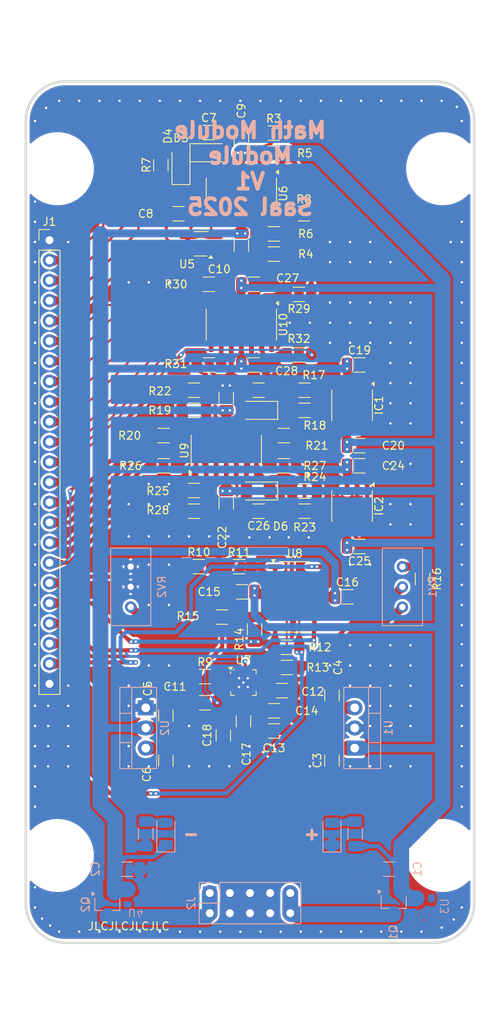
<source format=kicad_pcb>
(kicad_pcb (version 20240108) (generator "pcbnew") (generator_version "8.0")
  (title_block (title "Analog Computer Math Module") (date "2025-02-05") (rev "1") (company "Saal 2025"))
  (layers (0 "F.Cu" signal) (31 "B.Cu" signal) (34 "B.Paste" user) (35 "F.Paste" user) (36 "B.SilkS" user "B.Silkscreen") (37 "F.SilkS" user "F.Silkscreen") (38 "B.Mask" user) (39 "F.Mask" user) (44 "Edge.Cuts" user))
  (net 0 "")
  (net 1 "+12V")
  (net 2 "GND")
  (net 3 "-12V")
  (net 4 "+5V")
  (net 5 "-5V")
  (net 6 "Net-(D3-A)")
  (net 7 "Net-(D3-K)")
  (net 8 "Net-(U5A-S1)")
  (net 9 "Net-(U5A-D1)")
  (net 10 "REF25")
  (net 11 "Net-(U7A-REF165)")
  (net 12 "Squareroot_X1_OUT")
  (net 13 "Net-(D5-A)")
  (net 14 "Net-(D6-A)")
  (net 15 "Squareroot_X2_OUT")
  (net 16 "Net-(D1-A)")
  (net 17 "Net-(D2-A)")
  (net 18 "Net-(D4-K)")
  (net 19 "Net-(IC1-W)")
  (net 20 "Net-(IC1-X1)")
  (net 21 "Net-(IC2-X1)")
  (net 22 "Net-(IC2-W)")
  (net 23 "ABS_X2_LED_1")
  (net 24 "Squareroot_X1_IN")
  (net 25 "LN_X_OUT")
  (net 26 "SR_X2_LED_1")
  (net 27 "ABS_X1_OUT")
  (net 28 "SR_X2_LED_2")
  (net 29 "ABS_X1_LED_1")
  (net 30 "Squareroot_X2_IN")
  (net 31 "SR_X1_LED_2")
  (net 32 "LED_LOG_1")
  (net 33 "ABS_X2_OUT")
  (net 34 "X_LOG")
  (net 35 "ABS_X1_LED_2")
  (net 36 "ABS_X2_LED_2")
  (net 37 "SR_X1_LED_1")
  (net 38 "ABS_X2_IN")
  (net 39 "ABS_X1_IN")
  (net 40 "LED_LOG_2")
  (net 41 "LOG_X_OUT")
  (net 42 "-12V_IN")
  (net 43 "+12V_IN")
  (net 44 "Net-(U5B-S2)")
  (net 45 "X_LOG_scaled")
  (net 46 "Net-(U7A-I1)")
  (net 47 "Net-(U8A-+)")
  (net 48 "Net-(R13-Pad2)")
  (net 49 "Net-(U8B--)")
  (net 50 "Net-(R15-Pad2)")
  (net 51 "Net-(R16-Pad1)")
  (net 52 "Net-(U9A--)")
  (net 53 "SR_X1_IN_inverted")
  (net 54 "SR_X2_IN_inverted")
  (net 55 "Net-(U9D--)")
  (net 56 "Net-(U8C-+)")
  (net 60 "Net-(U7A-I2)")
  (net 61 "LOG_X")
  (net 62 "Net-(U7B-IN-)")
  (net 63 "Net-(U6A--)")
  (net 64 "Net-(U6D--)")
  (footprint "Capacitor_SMD:C_1206_3216Metric_Pad1.33x1.80mm_HandSolder" (layer "F.Cu") (at 94.9075 106.68 180)
    (property "Reference" "C20")
    (property "Value" "1u")
  )
  (footprint "Resistor_SMD:R_1206_3216Metric_Pad1.30x1.75mm_HandSolder" (layer "F.Cu") (at 85.763 132.08)
    (property "Reference" "R12")
    (property "Value" "3k9")
  )
  (footprint "Diode_SMD:D_1206_3216Metric_Pad1.42x1.75mm_HandSolder" (layer "F.Cu") (at 75.9825 69.785)
    (property "Reference" "D3")
    (property "Value" "BAT43W-V")
  )
  (footprint "Capacitor_SMD:C_1206_3216Metric_Pad1.33x1.80mm_HandSolder" (layer "F.Cu") (at 93.3955 125.73)
    (property "Reference" "C16")
    (property "Value" "1u")
  )
  (footprint "Capacitor_SMD:C_1206_3216Metric_Pad1.33x1.80mm_HandSolder" (layer "F.Cu") (at 80.1105 125.095 180)
    (property "Reference" "C15")
    (property "Value" "1u")
  )
  (footprint "Package_SO:SOIC-14_3.9x8.7mm_P1.27mm" (layer "F.Cu") (at 80.01 91.44 -90)
    (property "Reference" "U10")
    (property "Value" "TL074")
  )
  (footprint "Capacitor_SMD:C_1206_3216Metric_Pad1.33x1.80mm_HandSolder" (layer "F.Cu") (at 94.9075 109.22)
    (property "Reference" "C24")
    (property "Value" "1u")
  )
  (footprint "Resistor_SMD:R_1206_3216Metric_Pad1.30x1.75mm_HandSolder" (layer "F.Cu") (at 74.015 99.695)
    (property "Reference" "R22")
    (property "Value" "1M (p)")
  )
  (footprint "Package_SO:SOIC-14_3.9x8.7mm_P1.27mm" (layer "F.Cu") (at 86.753 125.73)
    (property "Reference" "U8")
    (property "Value" "TL074")
  )
  (footprint "Resistor_SMD:R_1206_3216Metric_Pad1.30x1.75mm_HandSolder" (layer "F.Cu") (at 74.015 114.935)
    (property "Reference" "R28")
    (property "Value" "1M (p)")
  )
  (footprint "Resistor_SMD:R_1206_3216Metric_Pad1.30x1.75mm_HandSolder" (layer "F.Cu") (at 75.92 86.36)
    (property "Reference" "R30")
    (property "Value" "3k9")
  )
  (footprint "Capacitor_SMD:C_1206_3216Metric_Pad1.33x1.80mm_HandSolder" (layer "F.Cu") (at 72.0975 77.47 180)
    (property "Reference" "C8")
    (property "Value" "10p")
  )
  (footprint "MountingHole:MountingHole_3.2mm_M3_DIN965" (layer "F.Cu") (at 105.4 71.8)
    (property "Reference" "H2" (hide yes))
    (property "Value" "MountingHole")
  )
  (footprint "Resistor_SMD:R_1206_3216Metric_Pad1.30x1.75mm_HandSolder" (layer "F.Cu") (at 85.37 105.41)
    (property "Reference" "R21")
    (property "Value" "250k (p)")
  )
  (footprint "Capacitor_SMD:C_1206_3216Metric_Pad1.33x1.80mm_HandSolder" (layer "F.Cu") (at 70.485 146.3425 90)
    (property "Reference" "C6")
    (property "Value" "1u")
  )
  (footprint "Capacitor_SMD:C_1206_3216Metric_Pad1.33x1.80mm_HandSolder" (layer "F.Cu") (at 80.01 68.2225 -90)
    (property "Reference" "C9")
    (property "Value" "1u")
  )
  (footprint "Package_SO:SOIC-14_3.9x8.7mm_P1.27mm" (layer "F.Cu") (at 78.105 107.315 90)
    (property "Reference" "U9")
    (property "Value" "TL074")
  )
  (footprint "Resistor_SMD:R_1206_3216Metric_Pad1.30x1.75mm_HandSolder" (layer "F.Cu") (at 74.015 102.235 180)
    (property "Reference" "R19")
    (property "Value" "1M")
  )
  (footprint "Resistor_SMD:R_1206_3216Metric_Pad1.30x1.75mm_HandSolder" (layer "F.Cu") (at 87.275 95.25 180)
    (property "Reference" "R32")
    (property "Value" "3k9")
  )
  (footprint "MountingHole:MountingHole_3.2mm_M3_DIN965" (layer "F.Cu") (at 56.8 71.8)
    (property "Reference" "H1" (hide yes))
    (property "Value" "MountingHole")
  )
  (footprint "Capacitor_SMD:C_1206_3216Metric_Pad1.33x1.80mm_HandSolder" (layer "F.Cu") (at 94.9075 96.52)
    (property "Reference" "C19")
    (property "Value" "1u")
  )
  (footprint "Capacitor_SMD:C_1206_3216Metric_Pad1.33x1.80mm_HandSolder" (layer "F.Cu") (at 84.1245 142.621)
    (property "Reference" "C13")
    (property "Value" "1n")
  )
  (footprint "Capacitor_SMD:C_1206_3216Metric_Pad1.33x1.80mm_HandSolder" (layer "F.Cu") (at 70.485 140.6775 90)
    (property "Reference" "C5")
    (property "Value" "0.33u")
  )
  (footprint "Resistor_SMD:R_1206_3216Metric_Pad1.30x1.75mm_HandSolder" (layer "F.Cu") (at 69.85 71.335 90)
    (property "Reference" "R7")
    (property "Value" "100k")
  )
  (footprint "Capacitor_SMD:C_1206_3216Metric_Pad1.33x1.80mm_HandSolder" (layer "F.Cu") (at 80.01 81.5075 -90)
    (property "Reference" "C10")
    (property "Value" "1u")
  )
  (footprint "Capacitor_SMD:C_1206_3216Metric_Pad1.33x1.80mm_HandSolder" (layer "F.Cu") (at 82.2075 99.695 180)
    (property "Reference" "C21" (hide yes))
    (property "Value" "68p")
  )
  (footprint "Resistor_SMD:R_1206_3216Metric_Pad1.30x1.75mm_HandSolder" (layer "F.Cu") (at 87.985 102.235)
    (property "Reference" "R18")
    (property "Value" "100k (p)")
  )
  (footprint "Resistor_SMD:R_1206_3216Metric_Pad1.30x1.75mm_HandSolder" (layer "F.Cu") (at 84.1 82.55)
    (property "Reference" "R4")
    (property "Value" "100k")
  )
  (footprint "Package_SO:SOIC-8_3.9x4.9mm_P1.27mm" (layer "F.Cu") (at 93.98 114.3 -90)
    (property "Reference" "IC2")
    (property "Value" "AD633")
  )
  (footprint "Resistor_SMD:R_1206_3216Metric_Pad1.30x1.75mm_HandSolder" (layer "F.Cu") (at 75.424 135.763)
    (property "Reference" "R9")
    (property "Value" "50k (p)")
  )
  (footprint "Resistor_SMD:R_1206_3216Metric_Pad1.30x1.75mm_HandSolder" (layer "F.Cu") (at 74.65 121.92)
    (property "Reference" "R10")
    (property "Value" "1M (p)")
  )
  (footprint "Resistor_SMD:R_1206_3216Metric_Pad1.30x1.75mm_HandSolder" (layer "F.Cu") (at 84.1 67.31)
    (property "Reference" "R3")
    (property "Value" "100k")
  )
  (footprint "Resistor_SMD:R_1206_3216Metric_Pad1.30x1.75mm_HandSolder" (layer "F.Cu") (at 74.015 112.33 180)
    (property "Reference" "R25")
    (property "Value" "1M")
  )
  (footprint "Package_SO:SOIC-14_3.9x8.7mm_P1.27mm" (layer "F.Cu") (at 80.01 74.93 -90)
    (property "Reference" "U6")
    (property "Value" "TL074")
  )
  (footprint "Resistor_SMD:R_1206_3216Metric_Pad1.30x1.75mm_HandSolder" (layer "F.Cu") (at 87.275 87.63 180)
    (property "Reference" "R29")
    (property "Value" "3k9")
  )
  (footprint "Package_DFN_QFN:VQFN-16-1EP_3x3mm_P0.5mm_EP1.6x1.6mm_ThermalVias" (layer "F.Cu") (at 80.264 136.525)
    (property "Reference" "U7")
    (property "Value" "LOG200")
  )
  (footprint "Resistor_SMD:R_1206_3216Metric_Pad1.30x1.75mm_HandSolder" (layer "F.Cu") (at 102.87 123.47 -90)
    (property "Reference" "R16")
    (property "Value" "400k")
  )
  (footprint "Capacitor_SMD:C_1206_3216Metric_Pad1.33x1.80mm_HandSolder" (layer "F.Cu") (at 78.105 100.6725 90)
    (property "Reference" "C23" (hide yes))
    (property "Value" "1u")
  )
  (footprint "Capacitor_SMD:C_1206_3216Metric_Pad1.33x1.80mm_HandSolder" (layer "F.Cu") (at 81.5725 86.36)
    (property "Reference" "C27")
    (property "Value" "1u")
  )
  (footprint "Diode_SMD:D_1206_3216Metric_Pad1.42x1.75mm_HandSolder" (layer "F.Cu") (at 82.1325 102.235 180)
    (property "Reference" "D5" (hide yes))
    (property "Value" "BAT43W-V")
  )
  (footprint "MountingHole:MountingHole_3.2mm_M3_DIN965" (layer "F.Cu") (at 56.8 158.3)
    (property "Reference" "H3" (hide yes))
    (property "Value" "MountingHole")
  )
  (footprint "Capacitor_SMD:C_1206_3216Metric_Pad1.33x1.80mm_HandSolder" (layer "F.Cu") (at 81.5725 96.52)
    (property "Reference" "C28")
    (property "Value" "1u")
  )
  (footprint "Resistor_SMD:R_1206_3216Metric_Pad1.30x1.75mm_HandSolder" (layer "F.Cu") (at 85.37 109.22)
    (property "Reference" "R27")
    (property "Value" "250k (p)")
  )
  (footprint "Resistor_SMD:R_1206_3216Metric_Pad1.30x1.75mm_HandSolder" (layer "F.Cu") (at 70.205 105.41)
    (property "Reference" "R20")
    (property "Value" "1M")
  )
  (footprint "Capacitor_SMD:C_1206_3216Metric_Pad1.33x1.80mm_HandSolder" (layer "F.Cu") (at 75.4115 139.065)
    (property "Reference" "C11")
    (property "Value" "33p")
  )
  (footprint "Resistor_SMD:R_1206_3216Metric_Pad1.30x1.75mm_HandSolder" (layer "F.Cu") (at 75.92 96.52)
    (property "Reference" "R31")
    (property "Value" "3k9")
  )
  (footprint "Resistor_SMD:R_1206_3216Metric_Pad1.30x1.75mm_HandSolder" (layer "F.Cu") (at 70.205 109.22)
    (property "Reference" "R26")
    (property "Value" "1M")
  )
  (footprint "Resistor_SMD:R_1206_3216Metric_Pad1.30x1.75mm_HandSolder" (layer "F.Cu") (at 84.1 80.01)
    (property "Reference" "R6")
    (property "Value" "100k")
  )
  (footprint "MountingHole:MountingHole_3.2mm_M3_DIN965" (layer "F.Cu") (at 105.4 158.3)
    (property "Reference" "H4" (hide yes))
    (property "Value" "MountingHole")
  )
  (footprint "Resistor_SMD:R_1206_3216Metric_Pad1.30x1.75mm_HandSolder" (layer "F.Cu") (at 77.583 128.27 180)
    (property "Reference" "R15")
    (property "Value" "4.26k")
  )
  (footprint "Package_TO_SOT_SMD:TSOT-23-6_HandSoldering" (layer "F.Cu") (at 74.93 81.28 180)
    (property "Reference" "U5")
    (property "Value" "SI3993CDV-T1-GE3")
  )
  (footprint "Resistor_SMD:R_1206_3216Metric_Pad1.30x1.75mm_HandSolder" (layer "F.Cu") (at 79.73 121.92)
    (property "Reference" "R11")
    (property "Value" "1M (p)")
  )
  (footprint "Resistor_SMD:R_1206_3216Metric_Pad1.30x1.75mm_HandSolder" (layer "F.Cu") (at 87.985 99.695)
    (property "Reference" "R17")
    (property "Value" "100k (p)")
  )
  (footprint "Resistor_SMD:R_1206_3216Metric_Pad1.30x1.75mm_HandSolder" (layer "F.Cu") (at 85.763 134.62)
    (property "Reference" "R13")
    (property "Value" "1M5")
  )
  (footprint "Resistor_SMD:R_1206_3216Metric_Pad1.30x1.75mm_HandSolder" (layer "F.Cu") (at 87.91 77.47)
    (property "Reference" "R8")
    (property "Value" "100k")
  )
  (footprint "Resistor_SMD:R_1206_3216Metric_Pad1.30x1.75mm_HandSolder" (layer "F.Cu") (at 87.985 114.935)
    (property "Reference" "R23")
    (property "Value" "100k (p)")
  )
  (footprint "Package_SO:SOIC-8_3.9x4.9mm_P1.27mm" (layer "F.Cu") (at 93.98 101.6 -90)
    (property "Reference" "IC1")
    (property "Value" "AD633")
  )
  (footprint "Diode_SMD:D_1206_3216Metric_Pad1.42x1.75mm_HandSolder" (layer "F.Cu") (at 72.39 71.3375 90)
    (property "Reference" "D4")
    (property "Value" "BAT43W-V")
  )
  (footprint "Resistor_SMD:R_1206_3216Metric_Pad1.30x1.75mm_HandSolder" (layer "F.Cu") (at 81.673 129.82 -90)
    (property "Reference" "R14")
    (property "Value" "100k")
  )
  (footprint "Capacitor_SMD:C_1206_3216Metric_Pad1.33x1.80mm_HandSolder" (layer "F.Cu") (at 80.276 141.3895 -90)
    (property "Reference" "C17")
    (property "Value" "10u")
  )
  (footprint "Capacitor_SMD:C_1206_3216Metric_Pad1.33x1.80mm_HandSolder" (layer "F.Cu") (at 91.44 138.1375 90)
    (property "Reference" "C4")
    (property "Value" "1u")
  )
  (footprint "Capacitor_SMD:C_1206_3216Metric_Pad1.33x1.80mm_HandSolder" (layer "F.Cu") (at 91.44 146.3425 90)
    (property "Reference" "C3")
    (property "Value" "0.33u")
  )
  (footprint "Diode_SMD:D_1206_3216Metric_Pad1.42x1.75mm_HandSolder" (layer "F.Cu") (at 82.1325 112.395 180)
    (property "Reference" "D6")
    (property "Value" "BAT43W-V")
  )
  (footprint "Capacitor_SMD:C_1206_3216Metric_Pad1.33x1.80mm_HandSolder" (layer "F.Cu") (at 94.9075 119.38 180)
    (property "Reference" "C25")
    (property "Value" "1u")
  )
  (footprint "Capacitor_SMD:C_1206_3216Metric_Pad1.33x1.80mm_HandSolder" (layer "F.Cu") (at 77.736 143.1675 -90)
    (property "Reference" "C18")
    (property "Value" "1n")
  )
  (footprint "Resistor_SMD:R_1206_3216Metric_Pad1.30x1.75mm_HandSolder" (layer "F.Cu") (at 87.985 112.395 180)
    (property "Reference" "R24")
    (property "Value" "100k (p)")
  )
  (footprint "Capacitor_SMD:C_1206_3216Metric_Pad1.33x1.80mm_HandSolder" (layer "F.Cu") (at 84.1245 140.081)
    (property "Reference" "C14")
    (property "Value" "10u")
  )
  (footprint "Capacitor_SMD:C_1206_3216Metric_Pad1.33x1.80mm_HandSolder" (layer "F.Cu") (at 75.9075 67.245)
    (property "Reference" "C7")
    (property "Value" "10p")
  )
  (footprint "Capacitor_SMD:C_1206_3216Metric_Pad1.33x1.80mm_HandSolder" (layer "F.Cu") (at 78.105 113.9575 -90)
    (property "Reference" "C22")
    (property "Value" "1u")
  )
  (footprint "Capacitor_SMD:C_1206_3216Metric_Pad1.33x1.80mm_HandSolder" (layer "F.Cu") (at 82.2075 114.935 180)
    (property "Reference" "C26")
    (property "Value" "68p")
  )
  (footprint "Resistor_SMD:R_1206_3216Metric_Pad1.30x1.75mm_HandSolder" (layer "F.Cu") (at 84.1 69.85)
    (property "Reference" "R5")
    (property "Value" "100k")
  )
  (footprint "Connector_PinHeader_2.54mm:PinHeader_1x23_P2.54mm_Vertical" (layer "F.Cu") (at 55.8 80.8)
    (property "Reference" "J1")
    (property "Value" "Conn_01x23_Pin")
  )
  (footprint "Capacitor_SMD:C_1206_3216Metric_Pad1.33x1.80mm_HandSolder" (layer "F.Cu") (at 85.1405 137.541)
    (property "Reference" "C12")
    (property "Value" "33p")
  )
  (footprint "LED_SMD:LED_1206_3216Metric" (layer "B.Cu") (at 91.44 155.575 90)
    (property "Reference" "D1" (hide yes))
    (property "Value" "12V_GREEN")
  )
  (footprint "Potentiometer_THT:Potentiometer_Bourns_3296W_Vertical" (layer "B.Cu") (at 66.04 127 -90)
    (property "Reference" "RV2")
    (property "Value" "2k")
  )
  (footprint "Potentiometer_THT:Potentiometer_Bourns_3296W_Vertical" (layer "B.Cu") (at 100.33 127.01 -90)
    (property "Reference" "RV1")
    (property "Value" "100k")
  )
  (footprint "Resistor_SMD:R_1206_3216Metric_Pad1.30x1.75mm_HandSolder" (layer "B.Cu") (at 94.361 155.575 90)
    (property "Reference" "R1" (hide yes))
    (property "Value" "11k2")
  )
  (footprint "Resistor_SMD:R_1206_3216Metric_Pad1.30x1.75mm_HandSolder" (layer "B.Cu") (at 67.945 155.575 90)
    (property "Reference" "R2" (hide yes))
    (property "Value" "5k6")
  )
  (footprint "Package_TO_SOT_SMD:SOT-23_Handsoldering" (layer "B.Cu") (at 63.095 164.465 -90)
    (property "Reference" "Q2")
    (property "Value" "PMV450ENEA")
  )
  (footprint "LED_SMD:LED_1206_3216Metric" (layer "B.Cu") (at 70.485 155.575 90)
    (property "Reference" "D2" (hide yes))
    (property "Value" "-12V_RED")
  )
  (footprint "Package_TO_SOT_THT:TO-220-3_Vertical" (layer "B.Cu") (at 94.305 144.78 90)
    (property "Reference" "U1")
    (property "Value" "MC7805ACTG")
  )
  (footprint "Capacitor_SMD:C_1206_3216Metric_Pad1.33x1.80mm_HandSolder" (layer "B.Cu") (at 98.6151 160.02 180)
    (property "Reference" "C1")
    (property "Value" "10u")
  )
  (footprint "analog_computing:VCAN16A2-03S-E3-08" (layer "B.Cu") (at 66.675 163.51)
    (property "Reference" "U4")
    (property "Value" "VCAN16A2" (hide yes))
  )
  (footprint "Package_TO_SOT_THT:TO-220-3_Vertical" (layer "B.Cu") (at 67.945 139.7 -90)
    (property "Reference" "U2")
    (property "Value" "MC7905BTG")
  )
  (footprint "analog_computing:VCAN16A2-03S-E3-08" (layer "B.Cu") (at 103.058 164.703 -90)
    (property "Reference" "U3")
    (property "Value" "VCAN16A2" (hide yes))
  )
  (footprint "Capacitor_SMD:C_1206_3216Metric_Pad1.33x1.80mm_HandSolder" (layer "B.Cu") (at 65.6213 160.02)
    (property "Reference" "C2")
    (property "Value" "10u")
  )
  (footprint "Package_TO_SOT_SMD:SOT-23_Handsoldering" (layer "B.Cu") (at 99.23 164.2 -90)
    (property "Reference" "Q1")
    (property "Value" "PMV250EPEA")
  )
  (footprint "Connector_PinHeader_2.54mm:PinHeader_2x05_P2.54mm_Vertical" (layer "B.Cu") (at 76.02 163.03 -90)
    (property "Reference" "J2")
    (property "Value" "Conn_02x05_Odd_Even")
  )
  (gr_line (start 109.4 65.8) (end 109.4 164.3) (stroke (width 0.3)) (layer "Edge.Cuts"))
  (gr_arc (start 104.4 60.8) (mid 107.935534 62.264466) (end 109.4 65.8) (stroke (width 0.3)) (layer "Edge.Cuts"))
  (gr_arc (start 109.4 164.3) (mid 107.935534 167.835534) (end 104.4 169.3) (stroke (width 0.3)) (layer "Edge.Cuts"))
  (gr_arc (start 52.8 65.8) (mid 54.264466 62.264466) (end 57.8 60.8) (stroke (width 0.3)) (layer "Edge.Cuts"))
  (gr_arc (start 57.8 169.3) (mid 54.264466 167.835534) (end 52.8 164.3) (stroke (width 0.3)) (layer "Edge.Cuts"))
  (gr_line (start 52.8 164.3) (end 52.8 65.8) (stroke (width 0.3)) (layer "Edge.Cuts"))
  (gr_line (start 57.8 60.8) (end 104.4 60.8) (stroke (width 0.3)) (layer "Edge.Cuts"))
  (gr_line (start 104.4 169.3) (end 57.8 169.3) (stroke (width 0.3)) (layer "Edge.Cuts"))
  (gr_text "+" (at 88.9 155.575 0) (layer "B.SilkS") (effects (font (size 1.5 1.5) (thickness 0.375) (bold yes)) (justify mirror)))
  (gr_text "Math Module\nModule\nV1\nSaal 2025" (at 81.1 65.8 0) (layer "B.SilkS") (effects (font (size 2 2) (thickness 0.5) (bold yes)) (justify top mirror)))
  (gr_text "-" (at 73.66 155.575 0) (layer "B.SilkS") (effects (font (size 1.5 1.5) (thickness 0.375) (bold yes)) (justify mirror)))
  (gr_text "JLCJLCJLCJLC" (at 65.8 167.8 0) (layer "F.SilkS") (effects (font (size 1 1)) (justify bottom)))
  (segment (start 93.345 119.38) (end 93.345 116.775) (width 0.5) (layer "F.Cu") (net 1))
  (segment (start 94.305 144.78) (end 91.44 144.78) (width 1) (layer "F.Cu") (net 1))
  (segment (start 84.278 125.73) (end 82.308 125.73) (width 0.5) (layer "F.Cu") (net 1))
  (segment (start 93.345 106.68) (end 93.345 104.075) (width 0.5) (layer "F.Cu") (net 1))
  (segment (start 80.01 72.455) (end 80.01 69.785) (width 0.5) (layer "F.Cu") (net 1))
  (segment (start 80.01 88.965) (end 80.01 86.8172) (width 0.5) (layer "F.Cu") (net 1))
  (segment (start 84.278 125.73) (end 81.673 125.73) (width 0.5) (layer "F.Cu") (net 1))
  (segment (start 79.5528 69.7992) (end 80.01 69.785) (width 0.5) (layer "F.Cu") (net 1))
  (segment (start 82.308 125.73) (end 81.673 125.095) (width 0.5) (layer "F.Cu") (net 1))
  (segment (start 78.105 109.79) (end 78.105 112.395) (width 0.5) (layer "F.Cu") (net 1))
  (via (at 78.5622 112.395) (size 0.6) (drill 0.3) (layers "F.Cu" "B.Cu") (net 1))
  (via (at 77.6478 112.395) (size 0.6) (drill 0.3) (layers "F.Cu" "B.Cu") (net 1))
  (via (at 93.345 107.1372) (size 0.6) (drill 0.3) (layers "F.Cu" "B.Cu") (net 1))
  (via (at 80.01 85.9028) (size 0.6) (drill 0.3) (layers "F.Cu" "B.Cu") (net 1))
  (via (at 93.345 119.8372) (size 0.6) (drill 0.3) (layers "F.Cu" "B.Cu") (net 1))
  (via (at 81.673 124.6378) (size 0.6) (drill 0.3) (layers "F.Cu" "B.Cu") (net 1))
  (via (at 93.345 106.2228) (size 0.6) (drill 0.3) (layers "F.Cu" "B.Cu") (net 1))
  (via (at 80.01 86.8172) (size 0.6) (drill 0.3) (layers "F.Cu" "B.Cu") (net 1))
  (via (at 80.4672 69.7992) (size 0.6) (drill 0.3) (layers "F.Cu" "B.Cu") (net 1))
  (via (at 93.345 118.9228) (size 0.6) (drill 0.3) (layers "F.Cu" "B.Cu") (net 1))
  (via (at 79.5528 69.7992) (size 0.6) (drill 0.3) (layers "F.Cu" "B.Cu") (net 1))
  (via (at 81.673 125.5522) (size 0.6) (drill 0.3) (layers "F.Cu" "B.Cu") (net 1))
  (segment (start 80.4672 69.7992) (end 80.4164 69.85) (width 2) (layer "B.Cu") (net 1))
  (segment (start 81.673 124.6378) (end 81.673 125.5522) (width 1) (layer "B.Cu") (net 1))
  (segment (start 105.41 113.03) (end 105.41 106.045) (width 2) (layer "B.Cu") (net 1))
  (segment (start 105.41 85.725) (end 89.535 69.85) (width 2) (layer "B.Cu") (net 1))
  (segment (start 105.41 151.784618) (end 105.41 144.78) (width 2) (layer "B.Cu") (net 1))
  (segment (start 81.673 128.028) (end 83.185 129.54) (width 1) (layer "B.Cu") (net 1))
  (segment (start 80.075 69.85) (end 80.01 69.785) (width 2) (layer "B.Cu") (net 1))
  (segment (start 101.183 163.703) (end 100.18 162.7) (width 2) (layer "B.Cu") (net 1))
  (segment (start 105.2322 106.2228) (end 105.41 106.045) (width 1) (layer "B.Cu") (net 1))
  (segment (start 105.41 87.63) (end 105.41 85.725) (width 2) (layer "B.Cu") (net 1))
  (segment (start 93.345 106.2228) (end 105.2322 106.2228) (width 1) (layer "B.Cu") (net 1))
  (segment (start 102.108 163.703) (end 101.183 163.703) (width 2) (layer "B.Cu") (net 1))
  (segment (start 89.535 69.85) (end 80.518 69.85) (width 2) (layer "B.Cu") (net 1))
  (segment (start 81.673 125.5522) (end 81.673 128.028) (width 1) (layer "B.Cu") (net 1))
  (segment (start 105.41 119.38) (end 105.41 113.03) (width 2) (layer "B.Cu") (net 1))
  (segment (start 83.185 129.54) (end 105.41 129.54) (width 1) (layer "B.Cu") (net 1))
  (segment (start 93.345 107.1372) (end 93.345 106.2228) (width 1) (layer "B.Cu") (net 1))
  (segment (start 100.18 160.0224) (end 100.1776 160.02) (width 2) (layer "B.Cu") (net 1))
  (segment (start 105.41 129.54) (end 105.41 119.38) (width 2) (layer "B.Cu") (net 1))
  (segment (start 100.1776 160.02) (end 100.1776 157.017018) (width 2) (layer "B.Cu") (net 1))
  (segment (start 80.01 86.8172) (end 104.5972 86.8172) (width 1) (layer "B.Cu") (net 1))
  (segment (start 81.673 125.095) (end 81.673 128.028) (width 0.5) (layer "B.Cu") (net 1))
  (segment (start 104.775 112.395) (end 105.41 113.03) (width 1) (layer "B.Cu") (net 1))
  (segment (start 105.41 106.045) (end 105.41 87.63) (width 2) (layer "B.Cu") (net 1))
  (segment (start 78.5622 112.395) (end 104.775 112.395) (width 1) (layer "B.Cu") (net 1))
  (segment (start 97.2826 157.125) (end 100.1776 160.02) (width 0.5) (layer "B.Cu") (net 1))
  (segment (start 80.01 86.8172) (end 80.01 85.9028) (width 1) (layer "B.Cu") (net 1))
  (segment (start 100.1776 157.017018) (end 105.41 151.784618) (width 2) (layer "B.Cu") (net 1))
  (segment (start 94.305 144.78) (end 105.41 144.78) (width 1) (layer "B.Cu") (net 1))
  (segment (start 93.345 119.8372) (end 93.345 118.9228) (width 1) (layer "B.Cu") (net 1))
  (segment (start 80.4164 69.85) (end 80.075 69.85) (width 2) (layer "B.Cu") (net 1))
  (segment (start 100.18 162.7) (end 100.18 160.0224) (width 2) (layer "B.Cu") (net 1))
  (segment (start 94.361 157.125) (end 97.2826 157.125) (width 0.5) (layer "B.Cu") (net 1))
  (segment (start 93.345 118.9228) (end 104.9528 118.9228) (width 1) (layer "B.Cu") (net 1))
  (segment (start 104.5972 86.8172) (end 105.41 87.63) (width 1) (layer "B.Cu") (net 1))
  (segment (start 80.518 69.85) (end 80.4672 69.7992) (width 2) (layer "B.Cu") (net 1))
  (segment (start 105.41 144.78) (end 105.41 129.54) (width 2) (layer "B.Cu") (net 1))
  (segment (start 78.5622 112.395) (end 77.6478 112.395) (width 1) (layer "B.Cu") (net 1))
  (segment (start 104.9528 118.9228) (end 105.41 119.38) (width 1) (layer "B.Cu") (net 1))
  (segment (start 78 136.9) (end 77.6 137.3) (width 0.3) (layer "F.Cu") (net 2))
  (segment (start 86.14457 103.81) (end 85.344 104.61057) (width 1) (layer "F.Cu") (net 2))
  (segment (start 80.929999 90.29) (end 79.090001 90.29) (width 0.3) (layer "F.Cu") (net 2))
  (segment (start 81.28 92.940001) (end 80.929999 92.59) (width 0.3) (layer "F.Cu") (net 2))
  (segment (start 92.075 123.19) (end 94.615 123.19) (width 0.5) (layer "F.Cu") (net 2))
  (segment (start 78.74 89.939999) (end 78.74 88.965) (width 0.3) (layer "F.Cu") (net 2))
  (segment (start 81.28 89.939999) (end 80.929999 90.29) (width 0.3) (layer "F.Cu") (net 2))
  (segment (start 85.344 111.304) (end 85.344 106.934) (width 1) (layer "F.Cu") (net 2))
  (segment (start 85.725 107.315) (end 69.85 107.315) (width 1) (layer "F.Cu") (net 2))
  (segment (start 86.435 112.395) (end 85.344 111.304) (width 1) (layer "F.Cu") (net 2))
  (segment (start 80.014 138.485096) (end 79.699096 138.8) (width 0.3) (layer "F.Cu") (net 2))
  (segment (start 78.74 97.271878) (end 78.105 97.906878) (width 0.5) (layer "F.Cu") (net 2))
  (segment (start 78.8265 136.275) (end 80.014 136.275) (width 0.25) (layer "F.Cu") (net 2))
  (segment (start 80.014 137.9625) (end 80.014 136.775) (width 0.25) (layer "F.Cu") (net 2))
  (segment (start 79.564 135.555) (end 79.714 135.975) (width 0.25) (layer "F.Cu") (net 2))
  (segment (start 89.228 124.46) (end 90.805 124.46) (width 0.5) (layer "F.Cu") (net 2))
  (segment (start 87.249 84.963) (end 87.249 90.551) (width 0.5) (layer "F.Cu") (net 2))
  (segment (start 94.615 99.125) (end 94.615 97.155) (width 0.5) (layer "F.Cu") (net 2))
  (segment (start 81.28 88.965) (end 81.28 88.215) (width 0.5) (layer "F.Cu") (net 2))
  (segment (start 95.25 96.52) (end 96.47 96.52) (width 0.5) (layer "F.Cu") (net 2))
  (segment (start 78.105 115.52) (end 78.105 117.094) (width 1) (layer "F.Cu") (net 2))
  (segment (start 80.514 136.775) (end 80.264 136.525) (width 0.25) (layer "F.Cu") (net 2))
  (segment (start 81.28 95.885) (end 81.915 96.52) (width 0.5) (layer "F.Cu") (net 2))
  (segment (start 78.74 88.965) (end 78.74 85.09) (width 0.5) (layer "F.Cu") (net 2))
  (segment (start 77.5925 140.4) (end 76.3 140.4) (width 0.3) (layer "F.Cu") (net 2))
  (segment (start 80.01 83.07) (end 80.01 84.582) (width 0.5) (layer "F.Cu") (net 2))
  (segment (start 80.014 136.775) (end 80.264 136.525) (width 0.25) (layer "F.Cu") (net 2))
  (segment (start 79.514 135.0875) (end 78.5875 135.0875) (width 0.3) (layer "F.Cu") (net 2))
  (segment (start 81.28 93.915) (end 81.28 92.940001) (width 0.3) (layer "F.Cu") (net 2))
  (segment (start 94.615 97.155) (end 95.25 96.52) (width 0.5) (layer "F.Cu") (net 2))
  (segment (start 80.01 84.582) (end 86.868 84.582) (width 0.5) (layer "F.Cu") (net 2))
  (segment (start 80.014 137.9625) (end 80.014 138.485096) (width 0.3) (layer "F.Cu") (net 2))
  (segment (start 85.344 104.61057) (end 85.344 106.934) (width 1) (layer "F.Cu") (net 2))
  (segment (start 79.514 135.0875) (end 79.564 135.555) (width 0.25) (layer "F.Cu") (net 2))
  (segment (start 78 136.578904) (end 78 136.9) (width 0.3) (layer "F.Cu") (net 2))
  (segment (start 78.105 117.094) (end 77.978 117.221) (width 1) (layer "F.Cu") (net 2))
  (segment (start 80.014 136.275) (end 80.264 136.525) (width 0.25) (layer "F.Cu") (net 2))
  (segment (start 81.28 88.215) (end 83.135 86.36) (width 0.5) (layer "F.Cu") (net 2))
  (segment (start 81.7015 136.775) (end 80.514 136.775) (width 0.25) (layer "F.Cu") (net 2))
  (segment (start 81.28 88.965) (end 81.28 89.939999) (width 0.3) (layer "F.Cu") (net 2))
  (segment (start 79.090001 90.29) (end 78.74 89.939999) (width 0.3) (layer "F.Cu") (net 2))
  (segment (start 79.1925 138.8) (end 77.5925 140.4) (width 0.3) (layer "F.Cu") (net 2))
  (segment (start 78.74 92.940001) (end 78.74 93.915) (width 0.3) (layer "F.Cu") (net 2))
  (segment (start 79.514 135.0875) (end 79.514 134.014) (width 0.3) (layer "F.Cu") (net 2))
  (segment (start 78.5875 135.0875) (end 78.5 135) (width 0.3) (layer "F.Cu") (net 2))
  (segment (start 79.090001 92.59) (end 78.74 92.940001) (width 0.3) (layer "F.Cu") (net 2))
  (segment (start 79.699096 138.8) (end 79.1925 138.8) (width 0.3) (layer "F.Cu") (net 2))
  (segment (start 81.28 93.915) (end 81.28 95.885) (width 0.5) (layer "F.Cu") (net 2))
  (segment (start 86.868 84.582) (end 87.249 84.963) (width 0.5) (layer "F.Cu") (net 2))
  (segment (start 88.011 97.79) (end 88.011 103.03443) (width 1) (layer "F.Cu") (net 2))
  (segment (start 87.23543 103.81) (end 86.14457 103.81) (width 1) (layer "F.Cu") (net 2))
  (segment (start 78.74 93.915) (end 78.74 97.271878) (width 0.5) (layer "F.Cu") (net 2))
  (segment (start 78.105 97.906878) (end 78.105 99.11) (width 0.5) (layer "F.Cu") (net 2))
  (segment (start 85.344 106.934) (end 85.725 107.315) (width 1) (layer "F.Cu") (net 2))
  (segment (start 94.958 125.73) (end 94.958 123.533) (width 0.5) (layer "F.Cu") (net 2))
  (segment (start 90.805 124.46) (end 92.075 123.19) (width 0.5) (layer "F.Cu") (net 2))
  (segment (start 79.514 134.014) (end 79.5 134) (width 0.3) (layer "F.Cu") (net 2))
  (segment (start 80.929999 92.59) (end 79.090001 92.59) (width 0.3) (layer "F.Cu") (net 2))
  (segment (start 81.915 96.52) (end 83.135 96.52) (width 0.5) (layer "F.Cu") (net 2))
  (segment (start 78.303904 136.275) (end 78 136.578904) (width 0.3) (layer "F.Cu") (net 2))
  (segment (start 94.958 123.533) (end 94.615 123.19) (width 0.5) (layer "F.Cu") (net 2))
  (segment (start 78.8265 136.275) (end 78.303904 136.275) (width 0.3) (layer "F.Cu") (net 2))
  (segment (start 88.011 103.03443) (end 87.23543 103.81) (width 1) (layer "F.Cu") (net 2))
  (via (at 107.823 114.046) (size 0.6) (drill 0.3) (layers "F.Cu" "B.Cu") (net 2))
  (via (at 102.743 63.246) (size 0.6) (drill 0.3) (layers "F.Cu" "B.Cu") (net 2))
  (via (at 67.183 167.894) (size 0.6) (drill 0.3) (layers "F.Cu" "B.Cu") (net 2))
  (via (at 107.188 64.008) (size 0.6) (drill 0.3) (layers "F.Cu" "B.Cu") (net 2))
  (via (at 55.63 144.53) (size 0.6) (drill 0.3) (layers "F.Cu" "B.Cu") (net 2))
  (via (at 53.975 98.806) (size 0.6) (drill 0.3) (layers "F.Cu" "B.Cu") (net 2))
  (via (at 82.423 63.246) (size 0.6) (drill 0.3) (layers "F.Cu" "B.Cu") (net 2))
  (via (at 53.975 141.986) (size 0.6) (drill 0.3) (layers "F.Cu" "B.Cu") (net 2))
  (via (at 107.823 136.906) (size 0.6) (drill 0.3) (layers "F.Cu" "B.Cu") (net 2))
  (via (at 68.33 136.91) (size 0.6) (drill 0.3) (layers "F.Cu" "B.Cu") (net 2))
  (via (at 72.263 63.246) (size 0.6) (drill 0.3) (layers "F.Cu" "B.Cu") (net 2))
  (via (at 101.35 131.83) (size 0.6) (drill 0.3) (layers "F.Cu" "B.Cu") (net 2))
  (via (at 78.359 118.11) (size 0.6) (drill 0.3) (layers "F.Cu" "B.Cu") (net 2))
  (via (at 107.823 129.286) (size 0.6) (drill 0.3) (layers "F.Cu" "B.Cu") (net 2))
  (via (at 58.17 139.45) (size 0.6) (drill 0.3) (layers "F.Cu" "B.Cu") (net 2))
  (via (at 53.975 91.186) (size 0.6) (drill 0.3) (layers "F.Cu" "B.Cu") (net 2))
  (via (at 53.975 114.046) (size 0.6) (drill 0.3) (layers "F.Cu" "B.Cu") (net 2))
  (via (at 53.975 119.126) (size 0.6) (drill 0.3) (layers "F.Cu" "B.Cu") (net 2))
  (via (at 98.81 141.99) (size 0.6) (drill 0.3) (layers "F.Cu" "B.Cu") (net 2))
  (via (at 55.63 147.07) (size 0.6) (drill 0.3) (layers "F.Cu" "B.Cu") (net 2))
  (via (at 83.566 118.237) (size 0.6) (drill 0.3) (layers "F.Cu" "B.Cu") (net 2))
  (via (at 107.823 111.506) (size 0.6) (drill 0.3) (layers "F.Cu" "B.Cu") (net 2))
  (via (at 68.326 118.11) (size 0.6) (drill 0.3) (layers "F.Cu" "B.Cu") (net 2))
  (via (at 105.283 63.246) (size 0.6) (drill 0.3) (layers "F.Cu" "B.Cu") (net 2))
  (via (at 96.27 91.19) (size 0.6) (drill 0.3) (layers "F.Cu" "B.Cu") (net 2))
  (via (at 98.81 83.57) (size 0.6) (drill 0.3) (layers "F.Cu" "B.Cu") (net 2))
  (via (at 96.27 93.73) (size 0.6) (drill 0.3) (layers "F.Cu" "B.Cu") (net 2))
  (via (at 53.975 93.726) (size 0.6) (drill 0.3) (layers "F.Cu" "B.Cu") (net 2))
  (via (at 91.19 93.73) (size 0.6) (drill 0.3) (layers "F.Cu" "B.Cu") (net 2))
  (via (at 101.35 98.81) (size 0.6) (drill 0.3) (layers "F.Cu" "B.Cu") (net 2))
  (via (at 106.807 166.37) (size 0.6) (drill 0.3) (layers "F.Cu" "B.Cu") (net 2))
  (via (at 53.975 131.699) (size 0.6) (drill 0.3) (layers "F.Cu" "B.Cu") (net 2))
  (via (at 98.81 103.89) (size 0.6) (drill 0.3) (layers "F.Cu" "B.Cu") (net 2))
  (via (at 98.81 134.37) (size 0.6) (drill 0.3) (layers "F.Cu" "B.Cu") (net 2))
  (via (at 92.583 167.894) (size 0.6) (drill 0.3) (layers "F.Cu" "B.Cu") (net 2))
  (via (at 101.35 103.89) (size 0.6) (drill 0.3) (layers "F.Cu" "B.Cu") (net 2))
  (via (at 96.27 136.91) (size 0.6) (drill 0.3) (layers "F.Cu" "B.Cu") (net 2))
  (via (at 98.81 93.73) (size 0.6) (drill 0.3) (layers "F.Cu" "B.Cu") (net 2))
  (via (at 101.35 147.07) (size 0.6) (drill 0.3) (layers "F.Cu" "B.Cu") (net 2))
  (via (at 53.975 149.606) (size 0.6) (drill 0.3) (layers "F.Cu" "B.Cu") (net 2))
  (via (at 57.023 63.246) (size 0.6) (drill 0.3) (layers "F.Cu" "B.Cu") (net 2))
  (via (at 53.975 78.486) (size 0.6) (drill 0.3) (layers "F.Cu" "B.Cu") (net 2))
  (via (at 70.87 86.11) (size 0.6) (drill 0.3) (layers "F.Cu" "B.Cu") (net 2))
  (via (at 98.81 88.65) (size 0.6) (drill 0.3) (layers "F.Cu" "B.Cu") (net 2))
  (via (at 96.27 131.83) (size 0.6) (drill 0.3) (layers "F.Cu" "B.Cu") (net 2))
  (via (at 98.81 116.59) (size 0.6) (drill 0.3) (layers "F.Cu" "B.Cu") (net 2))
  (via (at 90.043 63.246) (size 0.6) (drill 0.3) (layers "F.Cu" "B.Cu") (net 2))
  (via (at 100.203 63.246) (size 0.6) (drill 0.3) (layers "F.Cu" "B.Cu") (net 2))
  (via (at 65.79 147.07) (size 0.6) (drill 0.3) (layers "F.Cu" "B.Cu") (net 2))
  (via (at 68.33 114.05) (size 0.6) (drill 0.3) (layers "F.Cu" "B.Cu") (net 2))
  (via (at 87.503 63.246) (size 0.6) (drill 0.3) (layers "F.Cu" "B.Cu") (net 2))
  (via (at 93.73 121.67) (size 0.6) (drill 0.3) (layers "F.Cu" "B.Cu") (net 2))
  (via (at 68.33 86.11) (size 0.6) (drill 0.3) (layers "F.Cu" "B.Cu") (net 2))
  (via (at 53.975 147.066) (size 0.6) (drill 0.3) (layers "F.Cu" "B.Cu") (net 2))
  (via (at 98.81 139.45) (size 0.6) (drill 0.3) (layers "F.Cu" "B.Cu") (net 2))
  (via (at 68.33 121.67) (size 0.6) (drill 0.3) (layers "F.Cu" "B.Cu") (net 2))
  (via (at 57.023 167.894) (size 0.6) (drill 0.3) (layers "F.Cu" "B.Cu") (net 2))
  (via (at 65.786 118.11) (size 0.6) (drill 0.3) (layers "F.Cu" "B.Cu") (net 2))
  (via (at 75.95 147.07) (size 0.6) (drill 0.3) (layers "F.Cu" "B.Cu") (net 2))
  (via (at 82.423 167.894) (size 0.6) (drill 0.3) (layers "F.Cu" "B.Cu") (net 2))
  (via (at 79.883 63.246) (size 0.6) (drill 0.3) (layers "F.Cu" "B.Cu") (net 2))
  (via (at 53.975 86.106) (size 0.6) (drill 0.3) (layers "F.Cu" "B.Cu") (net 2))
  (via (at 78.5622 99.11) (size 0.6) (drill 0.3) (layers "F.Cu" "B.Cu") (net 2))
  (via (at 65.79 139.45) (size 0.6) (drill 0.3) (layers "F.Cu" "B.Cu") (net 2))
  (via (at 59.563 63.246) (size 0.6) (drill 0.3) (layers "F.Cu" "B.Cu") (net 2))
  (via (at 53.975 136.906) (size 0.6) (drill 0.3) (layers "F.Cu" "B.Cu") (net 2))
  (via (at 93.73 93.73) (size 0.6) (drill 0.3) (layers "F.Cu" "B.Cu") (net 2))
  (via (at 98.81 136.91) (size 0.6) (drill 0.3) (layers "F.Cu" "B.Cu") (net 2))
  (via (at 107.823 152.146) (size 0.6) (drill 0.3) (layers "F.Cu" "B.Cu") (net 2))
  (via (at 107.823 147.066) (size 0.6) (drill 0.3) (layers "F.Cu" "B.Cu") (net 2))
  (via (at 53.975 106.299) (size 0.6) (drill 0.3) (layers "F.Cu" "B.Cu") (net 2))
  (via (at 68.33 147.07) (size 0.6) (drill 0.3) (layers "F.Cu" "B.Cu") (net 2))
  (via (at 107.823 144.526) (size 0.6) (drill 0.3) (layers "F.Cu" "B.Cu") (net 2))
  (via (at 58.17 81.03) (size 0.6) (drill 0.3) (layers "F.Cu" "B.Cu") (net 2))
  (via (at 101.35 134.37) (size 0.6) (drill 0.3) (layers "F.Cu" "B.Cu") (net 2))
  (via (at 77.6478 99.11) (size 0.6) (drill 0.3) (layers "F.Cu" "B.Cu") (net 2))
  (via (at 100.203 167.894) (size 0.6) (drill 0.3) (layers "F.Cu" "B.Cu") (net 2))
  (via (at 107.823 131.699) (size 0.6) (drill 0.3) (layers "F.Cu" "B.Cu") (net 2))
  (via (at 93.73 88.65) (size 0.6) (drill 0.3) (layers "F.Cu" "B.Cu") (net 2))
  (via (at 91.19 134.37) (size 0.6) (drill 0.3) (layers "F.Cu" "B.Cu") (net 2))
  (via (at 107.823 108.712) (size 0.6) (drill 0.3) (layers "F.Cu" "B.Cu") (net 2))
  (via (at 68.33 126.75) (size 0.6) (drill 0.3) (layers "F.Cu" "B.Cu") (net 2))
  (via (at 107.823 98.806) (size 0.6) (drill 0.3) (layers "F.Cu" "B.Cu") (net 2))
  (via (at 69.723 167.894) (size 0.6) (drill 0.3) (layers "F.Cu" "B.Cu") (net 2))
  (via (at 107.823 81.026) (size 0.6) (drill 0.3) (layers "F.Cu" "B.Cu") (net 2))
  (via (at 70.87 121.67) (size 0.6) (drill 0.3) (layers "F.Cu" "B.Cu") (net 2))
  (via (at 85.979 118.237) (size 0.6) (drill 0.3) (layers "F.Cu" "B.Cu") (net 2))
  (via (at 54.864 166.243) (size 0.6) (drill 0.3) (layers "F.Cu" "B.Cu") (net 2))
  (via (at 93.73 81.03) (size 0.6) (drill 0.3) (layers "F.Cu" "B.Cu") (net 2))
  (via (at 102.743 167.894) (size 0.6) (drill 0.3) (layers "F.Cu" "B.Cu") (net 2))
  (via (at 98.81 101.35) (size 0.6) (drill 0.3) (layers "F.Cu" "B.Cu") (net 2))
  (via (at 53.975 101.346) (size 0.6) (drill 0.3) (layers "F.Cu" "B.Cu") (net 2))
  (via (at 65.79 144.53) (size 0.6) (drill 0.3) (layers "F.Cu" "B.Cu") (net 2))
  (via (at 88.65 147.07) (size 0.6) (drill 0.3) (layers "F.Cu" "B.Cu") (net 2))
  (via (at 53.975 139.446) (size 0.6) (drill 0.3) (layers "F.Cu" "B.Cu") (net 2))
  (via (at 58.17 136.91) (size 0.6) (drill 0.3) (layers "F.Cu" "B.Cu") (net 2))
  (via (at 101.35 93.73) (size 0.6) (drill 0.3) (layers "F.Cu" "B.Cu") (net 2))
  (via (at 91.19 91.19) (size 0.6) (drill 0.3) (layers "F.Cu" "B.Cu") (net 2))
  (via (at 96.27 83.57) (size 0.6) (drill 0.3) (layers "F.Cu" "B.Cu") (net 2))
  (via (at 58.17 147.07) (size 0.6) (drill 0.3) (layers "F.Cu" "B.Cu") (net 2))
  (via (at 105.283 167.386) (size 0.6) (drill 0.3) (layers "F.Cu" "B.Cu") (net 2))
  (via (at 107.823 124.206) (size 0.6) (drill 0.3) (layers "F.Cu" "B.Cu") (net 2))
  (via (at 98.81 147.07) (size 0.6) (drill 0.3) (layers "F.Cu" "B.Cu") (net 2))
  (via (at 74.803 167.894) (size 0.6) (drill 0.3) (layers "F.Cu" "B.Cu") (net 2))
  (via (at 55.63 139.45) (size 0.6) (drill 0.3) (layers "F.Cu" "B.Cu") (net 2))
  (via (at 68.33 134.37) (size 0.6) (drill 0.3) (layers "F.Cu" "B.Cu") (net 2))
  (via (at 53.975 129.286) (size 0.6) (drill 0.3) (layers "F.Cu" "B.Cu") (net 2))
  (via (at 101.35 101.35) (size 0.6) (drill 0.3) (layers "F.Cu" "B.Cu") (net 2))
  (via (at 93.73 147.07) (size 0.6) (drill 0.3) (layers "F.Cu" "B.Cu") (net 2))
  (via (at 101.35 136.91) (size 0.6) (drill 0.3) (layers "F.Cu" "B.Cu") (net 2))
  (via (at 107.823 126.746) (size 0.6) (drill 0.3) (layers "F.Cu" "B.Cu") (net 2))
  (via (at 75.946 118.11) (size 0.6) (drill 0.3) (layers "F.Cu" "B.Cu") (net 2))
  (via (at 101.35 96.27) (size 0.6) (drill 0.3) (layers "F.Cu" "B.Cu") (net 2))
  (via (at 101.35 114.05) (size 0.6) (drill 0.3) (layers "F.Cu" "B.Cu") (net 2))
  (via (at 55.63 141.99) (size 0.6) (drill 0.3) (layers "F.Cu" "B.Cu") (net 2))
  (via (at 88.65 91.19) (size 0.6) (drill 0.3) (layers "F.Cu" "B.Cu") (net 2))
  (via (at 53.975 96.266) (size 0.6) (drill 0.3) (layers "F.Cu" "B.Cu") (net 2))
  (via (at 64.643 167.894) (size 0.6) (drill 0.3) (layers "F.Cu" "B.Cu") (net 2))
  (via (at 98.81 108.97) (size 0.6) (drill 0.3) (layers "F.Cu" "B.Cu") (net 2))
  (via (at 73.41 141.99) (size 0.6) (drill 0.3) (layers "F.Cu" "B.Cu") (net 2))
  (via (at 96.27 139.45) (size 0.6) (drill 0.3) (layers "F.Cu" "B.Cu") (net 2))
  (via (at 55.88 167.132) (size 0.6) (drill 0.3) (layers "F.Cu" "B.Cu") (net 2))
  (via (at 101.35 91.19) (size 0.6) (drill 0.3) (layers "F.Cu" "B.Cu") (net 2))
  (via (at 86.11 91.19) (size 0.6) (drill 0.3) (layers "F.Cu" "B.Cu") (net 2))
  (via (at 101.35 108.97) (size 0.6) (drill 0.3) (layers "F.Cu" "B.Cu") (net 2))
  (via (at 65.79 114.05) (size 0.6) (drill 0.3) (layers "F.Cu" "B.Cu") (net 2))
  (via (at 107.823 106.299) (size 0.6) (drill 0.3) (layers "F.Cu" "B.Cu") (net 2))
  (via (at 84.963 63.246) (size 0.6) (drill 0.3) (layers "F.Cu" "B.Cu") (net 2))
  (via (at 92.583 63.246) (size 0.6) (drill 0.3) (layers "F.Cu" "B.Cu") (net 2))
  (via (at 53.975 111.506) (size 0.6) (drill 0.3) (layers "F.Cu" "B.Cu") (net 2))
  (via (at 98.81 96.27) (size 0.6) (drill 0.3) (layers "F.Cu" "B.Cu") (net 2))
  (via (at 93.73 91.19) (size 0.6) (drill 0.3) (layers "F.Cu" "B.Cu") (net 2))
  (via (at 96.27 81.03) (size 0.6) (drill 0.3) (layers "F.Cu" "B.Cu") (net 2))
  (via (at 95.123 63.246) (size 0.6) (drill 0.3) (layers "F.Cu" "B.Cu") (net 2))
  (via (at 74.803 63.246) (size 0.6) (drill 0.3) (layers "F.Cu" "B.Cu") (net 2))
  (via (at 70.87 111.51) (size 0.6) (drill 0.3) (layers "F.Cu" "B.Cu") (net 2))
  (via (at 96.27 88.65) (size 0.6) (drill 0.3) (layers "F.Cu" "B.Cu") (net 2))
  (via (at 91.19 83.57) (size 0.6) (drill 0.3) (layers "F.Cu" "B.Cu") (net 2))
  (via (at 81.03 144.53) (size 0.6) (drill 0.3) (layers "F.Cu" "B.Cu") (net 2))
  (via (at 53.975 126.746) (size 0.6) (drill 0.3) (layers "F.Cu" "B.Cu") (net 2))
  (via (at 98.81 98.81) (size 0.6) (drill 0.3) (layers "F.Cu" "B.Cu") (net 2))
  (via (at 53.975 108.712) (size 0.6) (drill 0.3) (layers "F.Cu" "B.Cu") (net 2))
  (via (at 78.49 147.07) (size 0.6) (drill 0.3) (layers "F.Cu" "B.Cu") (net 2))
  (via (at 91.19 88.65) (size 0.6) (drill 0.3) (layers "F.Cu" "B.Cu") (net 2))
  (via (at 107.823 101.346) (size 0.6) (drill 0.3) (layers "F.Cu" "B.Cu") (net 2))
  (via (at 53.975 116.586) (size 0.6) (drill 0.3) (layers "F.Cu" "B.Cu") (net 2))
  (via (at 81.026 118.237) (size 0.6) (drill 0.3) (layers "F.Cu" "B.Cu") (net 2))
  (via (at 62.103 63.246) (size 0.6) (drill 0.3) (layers "F.Cu" "B.Cu") (net 2))
  (via (at 107.823 164.846) (size 0.6) (drill 0.3) (layers "F.Cu" "B.Cu") (net 2))
  (via (at 107.823 86.106) (size 0.6) (drill 0.3) (layers "F.Cu" "B.Cu") (net 2))
  (via (at 107.823 149.606) (size 0.6) (drill 0.3) (layers "F.Cu" "B.Cu") (net 2))
  (via (at 98.81 131.83) (size 0.6) (drill 0.3) (layers "F.Cu" "B.Cu") (net 2))
  (via (at 65.79 86.11) (size 0.6) (drill 0.3) (layers "F.Cu" "B.Cu") (net 2))
  (via (at 53.975 75.946) (size 0.6) (drill 0.3) (layers "F.Cu" "B.Cu") (net 2))
  (via (at 107.823 93.726) (size 0.6) (drill 0.3) (layers "F.Cu" "B.Cu") (net 2))
  (via (at 91.19 81.03) (size 0.6) (drill 0.3) (layers "F.Cu" "B.Cu") (net 2))
  (via (at 53.975 162.306) (size 0.6) (drill 0.3) (layers "F.Cu" "B.Cu") (net 2))
  (via (at 88.519 118.237) (size 0.6) (drill 0.3) (layers "F.Cu" "B.Cu") (net 2))
  (via (at 93.73 83.57) (size 0.6) (drill 0.3) (layers "F.Cu" "B.Cu") (net 2))
  (via (at 65.79 136.91) (size 0.6) (drill 0.3) (layers "F.Cu" "B.Cu") (net 2))
  (via (at 70.87 136.91) (size 0.6) (drill 0.3) (layers "F.Cu" "B.Cu") (net 2))
  (via (at 70.87 114.05) (size 0.6) (drill 0.3) (layers "F.Cu" "B.Cu") (net 2))
  (via (at 107.823 83.566) (size 0.6) (drill 0.3) (layers "F.Cu" "B.Cu") (net 2))
  (via (at 58.17 141.99) (size 0.6) (drill 0.3) (layers "F.Cu" "B.Cu") (net 2))
  (via (at 107.823 88.646) (size 0.6) (drill 0.3) (layers "F.Cu" "B.Cu") (net 2))
  (via (at 93.73 136.91) (size 0.6) (drill 0.3) (layers "F.Cu" "B.Cu") (net 2))
  (via (at 55.372 64.135) (size 0.6) (drill 0.3) (layers "F.Cu" "B.Cu") (net 2))
  (via (at 101.35 88.65) (size 0.6) (drill 0.3) (layers "F.Cu" "B.Cu") (net 2))
  (via (at 107.823 119.126) (size 0.6) (drill 0.3) (layers "F.Cu" "B.Cu") (net 2))
  (via (at 101.35 141.99) (size 0.6) (drill 0.3) (layers "F.Cu" "B.Cu") (net 2))
  (via (at 87.503 167.894) (size 0.6) (drill 0.3) (layers "F.Cu" "B.Cu") (net 2))
  (via (at 53.975 65.786) (size 0.6) (drill 0.3) (layers "F.Cu" "B.Cu") (net 2))
  (via (at 58.17 144.53) (size 0.6) (drill 0.3) (layers "F.Cu" "B.Cu") (net 2))
  (via (at 106.43 81.03) (size 0.6) (drill 0.3) (layers "F.Cu" "B.Cu") (net 2))
  (via (at 97.663 167.894) (size 0.6) (drill 0.3) (layers "F.Cu" "B.Cu") (net 2))
  (via (at 62.103 167.894) (size 0.6) (drill 0.3) (layers "F.Cu" "B.Cu") (net 2))
  (via (at 79.883 167.894) (size 0.6) (drill 0.3) (layers "F.Cu" "B.Cu") (net 2))
  (via (at 53.975 103.759) (size 0.6) (drill 0.3) (layers "F.Cu" "B.Cu") (net 2))
  (via (at 107.823 91.186) (size 0.6) (drill 0.3) (layers "F.Cu" "B.Cu") (net 2))
  (via (at 53.975 124.206) (size 0.6) (drill 0.3) (layers "F.Cu" "B.Cu") (net 2))
  (via (at 84.963 167.894) (size 0.6) (drill 0.3) (layers "F.Cu" "B.Cu") (net 2))
  (via (at 72.263 167.894) (size 0.6) (drill 0.3) (layers "F.Cu" "B.Cu") (net 2))
  (via (at 59.563 167.894) (size 0.6) (drill 0.3) (layers "F.Cu" "B.Cu") (net 2))
  (via (at 53.975 164.846) (size 0.6) (drill 0.3) (layers "F.Cu" "B.Cu") (net 2))
  (via (at 53.975 88.646) (size 0.6) (drill 0.3) (layers "F.Cu" "B.Cu") (net 2))
  (via (at 93.73 131.83) (size 0.6) (drill 0.3) (layers "F.Cu" "B.Cu") (net 2))
  (via (at 53.975 144.526) (size 0.6) (drill 0.3) (layers "F.Cu" "B.Cu") (net 2))
  (via (at 101.35 139.45) (size 0.6) (drill 0.3) (layers "F.Cu" "B.Cu") (net 2))
  (via (at 67.183 63.246) (size 0.6) (drill 0.3) (layers "F.Cu" "B.Cu") (net 2))
  (via (at 80.264 136.525) (size 0.6) (drill 0.3) (layers "F.Cu" "B.Cu") (net 2))
  (via (at 107.823 78.486) (size 0.6) (drill 0.3) (layers "F.Cu" "B.Cu") (net 2))
  (via (at 98.81 91.19) (size 0.6) (drill 0.3) (layers "F.Cu" "B.Cu") (net 2))
  (via (at 53.975 134.366) (size 0.6) (drill 0.3) (layers "F.Cu" "B.Cu") (net 2))
  (via (at 107.823 96.266) (size 0.6) (drill 0.3) (layers "F.Cu" "B.Cu") (net 2))
  (via (at 53.975 81.026) (size 0.6) (drill 0.3) (layers "F.Cu" "B.Cu") (net 2))
  (via (at 107.823 141.986) (size 0.6) (drill 0.3) (layers "F.Cu" "B.Cu") (net 2))
  (via (at 73.406 118.11) (size 0.6) (drill 0.3) (layers "F.Cu" "B.Cu") (net 2))
  (via (at 70.866 118.11) (size 0.6) (drill 0.3) (layers "F.Cu" "B.Cu") (net 2))
  (via (at 53.975 83.566) (size 0.6) (drill 0.3) (layers "F.Cu" "B.Cu") (net 2))
  (via (at 107.823 139.446) (size 0.6) (drill 0.3) (layers "F.Cu" "B.Cu") (net 2))
  (via (at 107.823 65.786) (size 0.6) (drill 0.3) (layers "F.Cu" "B.Cu") (net 2))
  (via (at 107.823 116.586) (size 0.6) (drill 0.3) (layers "F.Cu" "B.Cu") (net 2))
  (via (at 69.723 63.246) (size 0.6) (drill 0.3) (layers "F.Cu" "B.Cu") (net 2))
  (via (at 70.87 134.37) (size 0.6) (drill 0.3) (layers "F.Cu" "B.Cu") (net 2))
  (via (at 96.27 134.37) (size 0.6) (drill 0.3) (layers "F.Cu" "B.Cu") (net 2))
  (via (at 95.123 167.894) (size 0.6) (drill 0.3) (layers "F.Cu" "B.Cu") (net 2))
  (via (at 73.41 147.07) (size 0.6) (drill 0.3) (layers "F.Cu" "B.Cu") (net 2))
  (via (at 97.663 63.246) (size 0.6) (drill 0.3) (layers "F.Cu" "B.Cu") (net 2))
  (via (at 77.343 167.894) (size 0.6) (drill 0.3) (layers "F.Cu" "B.Cu") (net 2))
  (via (at 68.33 111.51) (size 0.6) (drill 0.3) (layers "F.Cu" "B.Cu") (net 2))
  (via (at 96.27 121.67) (size 0.6) (drill 0.3) (layers "F.Cu" "B.Cu") (net 2))
  (via (at 77.343 63.246) (size 0.6) (drill 0.3) (layers "F.Cu" "B.Cu") (net 2))
  (via (at 101.35 116.59) (size 0.6) (drill 0.3) (layers "F.Cu" "B.Cu") (net 2))
  (via (at 107.823 121.666) (size 0.6) (drill 0.3) (layers "F.Cu" "B.Cu") (net 2))
  (via (at 53.975 152.146) (size 0.6) (drill 0.3) (layers "F.Cu" "B.Cu") (net 2))
  (via (at 53.975 121.666) (size 0.6) (drill 0.3) (layers "F.Cu" "B.Cu") (net 2))
  (via (at 98.81 114.05) (size 0.6) (drill 0.3) (layers "F.Cu" "B.Cu") (net 2))
  (via (at 64.643 63.246) (size 0.6) (drill 0.3) (layers "F.Cu" "B.Cu") (net 2))
  (via (at 93.73 134.37) (size 0.6) (drill 0.3) (layers "F.Cu" "B.Cu") (net 2))
  (via (at 70.87 126.75) (size 0.6) (drill 0.3) (layers "F.Cu" "B.Cu") (net 2))
  (via (at 90.043 167.894) (size 0.6) (drill 0.3) (layers "F.Cu" "B.Cu") (net 2))
  (via (at 96.27 141.99) (size 0.6) (drill 0.3) (layers "F.Cu" "B.Cu") (net 2))
  (via (at 107.823 103.759) (size 0.6) (drill 0.3) (layers "F.Cu" "B.Cu") (net 2))
  (via (at 107.823 134.366) (size 0.6) (drill 0.3) (layers "F.Cu" "B.Cu") (net 2))
  (via (at 96.27 147.07) (size 0.6) (drill 0.3) (layers "F.Cu" "B.Cu") (net 2))
  (segment (start 80.01 93.915) (end 80.01 96.0628) (width 0.5) (layer "F.Cu") (net 3))
  (segment (start 89.228 125.73) (end 91.833 125.73) (width 0.5) (layer "F.Cu") (net 3))
  (segment (start 67.945 142.24) (end 70.485 142.24) (width 1) (layer "F.Cu") (net 3))
  (segment (start 93.345 109.22) (end 93.345 111.825) (width 0.5) (layer "F.Cu") (net 3))
  (segment (start 80.01 79.945) (end 80.4926 79.9592) (width 0.5) (layer "F.Cu") (net 3))
  (segment (start 78.105 104.84) (end 78.105 102.235) (width 0.5) (layer "F.Cu") (net 3))
  (segment (start 93.345 96.52) (end 93.345 99.125) (width 0.5) (layer "F.Cu") (net 3))
  (segment (start 80.01 77.405) (end 80.01 79.945) (width 0.5) (layer "F.Cu") (net 3))
  (via (at 93.345 109.6772) (size 0.6) (drill 0.3) (layers "F.Cu" "B.Cu") (net 3))
  (via (at 93.345 96.0628) (size 0.6) (drill 0.3) (layers "F.Cu" "B.Cu") (net 3))
  (via (at 91.833 126.1872) (size 0.6) (drill 0.3) (layers "F.Cu" "B.Cu") (net 3))
  (via (at 80.01 96.0628) (size 0.6) (drill 0.3) (layers "F.Cu" "B.Cu") (net 3))
  (via (at 79.502 79.945) (size 0.6) (drill 0.3) (layers "F.Cu" "B.Cu") (net 3))
  (via (at 93.345 108.7628) (size 0.6) (drill 0.3) (layers "F.Cu" "B.Cu") (net 3))
  (via (at 80.01 96.9772) (size 0.6) (drill 0.3) (layers "F.Cu" "B.Cu") (net 3))
  (via (at 93.345 96.9772) (size 0.6) (drill 0.3) (layers "F.Cu" "B.Cu") (net 3))
  (via (at 77.6478 102.235) (size 0.6) (drill 0.3) (layers "F.Cu" "B.Cu") (net 3))
  (via (at 91.833 125.2728) (size 0.6) (drill 0.3) (layers "F.Cu" "B.Cu") (net 3))
  (via (at 80.4926 79.9592) (size 0.6) (drill 0.3) (layers "F.Cu" "B.Cu") (net 3))
  (via (at 78.5622 102.235) (size 0.6) (drill 0.3) (layers "F.Cu" "B.Cu") (net 3))
  (segment (start 64.45 162.56) (end 64.045 162.965) (width 2) (layer "B.Cu") (net 3))
  (segment (start 65.405 158.496) (end 68.964 158.496) (width 0.5) (layer "B.Cu") (net 3))
  (segment (start 64.0588 159.8422) (end 65.405 158.496) (width 0.5) (layer "B.Cu") (net 3))
  (segment (start 80.01 96.9772) (end 62.4078 96.9772) (width 1) (layer "B.Cu") (net 3))
  (segment (start 64.0588 160.02) (end 64.0588 159.8422) (width 0.5) (layer "B.Cu") (net 3))
  (segment (start 80.4926 79.9592) (end 79.5162 79.9592) (width 1) (layer "B.Cu") (net 3))
  (segment (start 65.675 162.56) (end 64.45 162.56) (width 2) (layer "B.Cu") (net 3))
  (segment (start 77.6478 102.235) (end 62.23 102.235) (width 1) (layer "B.Cu") (net 3))
  (segment (start 91.833 121.527) (end 90.321 120.015) (width 1) (layer "B.Cu") (net 3))
  (segment (start 62.295 79.945) (end 62.23 80.01) (width 1) (layer "B.Cu") (net 3))
  (segment (start 62.865 142.24) (end 62.23 141.605) (width 1) (layer "B.Cu") (net 3))
  (segment (start 91.833 125.73) (end 91.833 121.527) (width 0.5) (layer "B.Cu") (net 3))
  (segment (start 62.23 141.605) (end 62.23 120.015) (width 2) (layer "B.Cu") (net 3))
  (segment (start 62.23 97.155) (end 62.23 80.01) (width 2) (layer "B.Cu") (net 3))
  (segment (start 68.964 158.496) (end 70.485 156.975) (width 0.5) (layer "B.Cu") (net 3))
  (segment (start 78.5622 102.235) (end 77.6478 102.235) (width 1) (layer "B.Cu") (net 3))
  (segment (start 80.01 96.9772) (end 80.01 96.0628) (width 1) (layer "B.Cu") (net 3))
  (segment (start 67.945 142.24) (end 62.865 142.24) (width 1) (layer "B.Cu") (net 3))
  (segment (start 62.4078 96.9772) (end 62.23 97.155) (width 1) (layer "B.Cu") (net 3))
  (segment (start 62.23 120.015) (end 62.23 109.855) (width 2) (layer "B.Cu") (net 3))
  (segment (start 91.833 126.1872) (end 91.833 125.2728) (width 1) (layer "B.Cu") (net 3))
  (segment (start 93.345 109.6772) (end 62.4078 109.6772) (width 1) (layer "B.Cu") (net 3))
  (segment (start 81.28 120.015) (end 62.23 120.015) (width 1) (layer "B.Cu") (net 3))
  (segment (start 93.345 96.0628) (end 93.345 96.9772) (width 1) (layer "B.Cu") (net 3))
  (segment (start 79.502 79.945) (end 62.295 79.945) (width 1) (layer "B.Cu") (net 3))
  (segment (start 64.045 160.0338) (end 64.0588 160.02) (width 2) (layer "B.Cu") (net 3))
  (segment (start 91.833 125.2728) (end 91.833 121.527) (width 1) (layer "B.Cu") (net 3))
  (segment (start 64.0588 153.5938) (end 62.23 151.765) (width 2) (layer "B.Cu") (net 3))
  (segment (start 62.23 109.855) (end 62.23 102.235) (width 2) (layer "B.Cu") (net 3))
  (segment (start 93.345 96.9772) (end 80.01 96.9772) (width 1) (layer "B.Cu") (net 3))
  (segment (start 90.321 120.015) (end 81.28 120.015) (width 1) (layer "B.Cu") (net 3))
  (segment (start 93.345 108.7628) (end 93.345 109.6772) (width 1) (layer "B.Cu") (net 3))
  (segment (start 62.4078 109.6772) (end 62.23 109.855) (width 1) (layer "B.Cu") (net 3))
  (segment (start 62.23 100.965) (end 62.23 97.155) (width 2) (layer "B.Cu") (net 3))
  (segment (start 62.23 151.765) (end 62.23 141.605) (width 2) (layer "B.Cu") (net 3))
  (segment (start 62.23 102.235) (end 62.23 100.965) (width 2) (layer "B.Cu") (net 3))
  (segment (start 79.5162 79.9592) (end 79.502 79.945) (width 1) (layer "B.Cu") (net 3))
  (segment (start 64.0588 160.02) (end 64.0588 153.5938) (width 2) (layer "B.Cu") (net 3))
  (segment (start 64.045 162.965) (end 64.045 160.0338) (width 2) (layer "B.Cu") (net 3))
  (segment (start 82.562 144.157) (end 84.455 146.05) (width 1) (layer "F.Cu") (net 4))
  (segment (start 82.562 142.621) (end 82.562 140.081) (width 1) (layer "F.Cu") (net 4))
  (segment (start 81.014 137.9625) (end 81.014 138.533) (width 0.3) (layer "F.Cu") (net 4))
  (segment (start 88.265 144.78) (end 88.265 142.875) (width 1) (layer "F.Cu") (net 4))
  (segment (start 81.014 138.533) (end 82.562 140.081) (width 0.3) (layer "F.Cu") (net 4))
  (segment (start 94.305 139.7) (end 91.44 139.7) (width 1) (layer "F.Cu") (net 4))
  (segment (start 88.265 142.875) (end 91.44 139.7) (width 1) (layer "F.Cu") (net 4))
  (segment (start 86.995 146.05) (end 88.265 144.78) (width 1) (layer "F.Cu") (net 4))
  (segment (start 84.455 146.05) (end 86.995 146.05) (width 1) (layer "F.Cu") (net 4))
  (segment (start 82.562 142.621) (end 82.562 144.157) (width 1) (layer "F.Cu") (net 4))
  (segment (start 80.514 137.9625) (end 80.514 139.589) (width 0.3) (layer "F.Cu") (net 5))
  (segment (start 67.945 144.78) (end 70.485 144.78) (width 1) (layer "F.Cu") (net 5))
  (segment (start 80.276 139.827) (end 79.514 139.827) (width 1) (layer "F.Cu") (net 5))
  (segment (start 74.561 144.78) (end 77.736 141.605) (width 1) (layer "F.Cu") (net 5))
  (segment (start 80.514 139.589) (end 80.276 139.827) (width 0.3) (layer "F.Cu") (net 5))
  (segment (start 70.485 144.78) (end 74.561 144.78) (width 1) (layer "F.Cu") (net 5))
  (segment (start 79.514 139.827) (end 77.736 141.605) (width 1) (layer "F.Cu") (net 5))
  (segment (start 77.47 67.245) (end 78.17 67.945) (width 0.3) (layer "F.Cu") (net 6))
  (segment (start 81.915 67.945) (end 82.55 67.31) (width 0.3) (layer "F.Cu") (net 6))
  (segment (start 77.47 72.455) (end 77.47 69.785) (width 0.5) (layer "F.Cu") (net 6))
  (segment (start 77.47 67.245) (end 77.47 69.785) (width 0.3) (layer "F.Cu") (net 6))
  (segment (start 78.17 67.945) (end 81.915 67.945) (width 0.3) (layer "F.Cu") (net 6))
  (segment (start 74.345 69.635) (end 74.495 69.785) (width 0.3) (layer "F.Cu") (net 7))
  (segment (start 72.39 69.85) (end 74.43 69.85) (width 0.3) (layer "F.Cu") (net 7))
  (segment (start 74.495 67.245) (end 74.495 69.785) (width 0.5) (layer "F.Cu") (net 7))
  (segment (start 74.43 69.85) (end 74.495 69.785) (width 0.3) (layer "F.Cu") (net 7))
  (segment (start 74.495 70.75) (end 74.495 69.785) (width 0.3) (layer "F.Cu") (net 7))
  (segment (start 76.2 72.455) (end 74.495 70.75) (width 0.3) (layer "F.Cu") (net 7))
  (segment (start 74.345 67.245) (end 74.345 69.635) (width 0.3) (layer "F.Cu") (net 7))
  (segment (start 73.22 81.28) (end 73.22 80.33) (width 0.3) (layer "F.Cu") (net 8))
  (segment (start 73.66 77.47) (end 73.66 79.89) (width 0.3) (layer "F.Cu") (net 8))
  (segment (start 76.2 79.89) (end 76.64 80.33) (width 0.3) (layer "F.Cu") (net 8))
  (segment (start 76.2 77.405) (end 76.2 79.89) (width 0.3) (layer "F.Cu") (net 8))
  (segment (start 73.22 80.33) (end 76.64 80.33) (width 0.3) (layer "F.Cu") (net 8))
  (segment (start 73.66 79.89) (end 73.22 80.33) (width 0.3) (layer "F.Cu") (net 8))
  (segment (start 70.535 80.544999) (end 72.220001 82.23) (width 0.3) (layer "F.Cu") (net 9))
  (segment (start 77.019999 75.98) (end 72.025 75.98) (width 0.3) (layer "F.Cu") (net 9))
  (segment (start 77.47 77.405) (end 77.47 76.430001) (width 0.3) (layer "F.Cu") (net 9))
  (segment (start 73.22 82.23) (end 76.64 82.23) (width 0.3) (layer "F.Cu") (net 9))
  (segment (start 76.64 82.23) (end 77.639999 82.23) (width 0.3) (layer "F.Cu") (net 9))
  (segment (start 77.639999 82.23) (end 78.412499 81.4575) (width 0.3) (layer "F.Cu") (net 9))
  (segment (start 72.025 75.98) (end 70.535 77.47) (width 0.3) (layer "F.Cu") (net 9))
  (segment (start 70.535 77.47) (end 70.535 80.544999) (width 0.3) (layer "F.Cu") (net 9))
  (segment (start 81.4575 81.4575) (end 82.55 82.55) (width 0.3) (layer "F.Cu") (net 9))
  (segment (start 72.220001 82.23) (end 73.22 82.23) (width 0.3) (layer "F.Cu") (net 9))
  (segment (start 77.47 76.430001) (end 77.019999 75.98) (width 0.3) (layer "F.Cu") (net 9))
  (segment (start 78.412499 81.4575) (end 81.4575 81.4575) (width 0.3) (layer "F.Cu") (net 9))
  (segment (start 80.514 133.874) (end 80.53 133.858) (width 0.2) (layer "F.Cu") (net 10))
  (segment (start 79.514 137.9625) (end 78.8385 137.9625) (width 0.2) (layer "F.Cu") (net 10))
  (segment (start 80.514 135.0875) (end 80.514 133.874) (width 0.2) (layer "F.Cu") (net 10))
  (segment (start 78.8385 137.9625) (end 77.736 139.065) (width 0.2) (layer "F.Cu") (net 10))
  (segment (start 77.736 139.065) (end 76.974 139.065) (width 0.2) (layer "F.Cu") (net 10))
  (via (at 80.53 133.858) (size 0.6) (drill 0.3) (layers "F.Cu" "B.Cu") (net 10))
  (via (at 76.974 139.065) (size 0.6) (drill 0.3) (layers "F.Cu" "B.Cu") (net 10))
  (segment (start 75.45 137.541) (end 75.45 134.366) (width 0.2) (layer "B.Cu") (net 10))
  (segment (start 75.45 134.366) (end 75.958 133.858) (width 0.2) (layer "B.Cu") (net 10))
  (segment (start 76.974 139.065) (end 75.45 137.541) (width 0.2) (layer "B.Cu") (net 10))
  (segment (start 75.958 133.858) (end 80.53 133.858) (width 0.2) (layer "B.Cu") (net 10))
  (segment (start 81.9675 137.541) (end 81.7015 137.275) (width 0.2) (layer "F.Cu") (net 11))
  (segment (start 83.578 137.541) (end 81.9675 137.541) (width 0.2) (layer "F.Cu") (net 11))
  (segment (start 76.665 99.729378) (end 76.665 98.763) (width 0.5) (layer "F.Cu") (net 12))
  (segment (start 64.135 107.95) (end 58.265 113.82) (width 0.5) (layer "F.Cu") (net 12))
  (segment (start 76.2 98.298) (end 76.148 98.298) (width 0.3) (layer "F.Cu") (net 12))
  (segment (start 77.200622 100.265) (end 76.665 99.729378) (width 0.5) (layer "F.Cu") (net 12))
  (segment (start 76.2 98.298) (end 70.612 98.298) (width 0.5) (layer "F.Cu") (net 12))
  (segment (start 76.665 98.763) (end 76.2 98.298) (width 0.5) (layer "F.Cu") (net 12))
  (segment (start 79.08505 100.265) (end 77.200622 100.265) (width 0.5) (layer "F.Cu") (net 12))
  (segment (start 70.612 98.298) (end 64.135 104.775) (width 0.5) (layer "F.Cu") (net 12))
  (segment (start 79.455 99.89505) (end 79.08505 100.265) (width 0.5) (layer "F.Cu") (net 12))
  (segment (start 58.265 113.82) (end 55.8 113.82) (width 0.5) (layer "F.Cu") (net 12))
  (segment (start 79.455 98.825622) (end 79.455 99.89505) (width 0.5) (layer "F.Cu") (net 12))
  (segment (start 83.77 99.695) (end 83.77 102.085) (width 0.5) (layer "F.Cu") (net 12))
  (segment (start 81.915 103.94) (end 83.62 102.235) (width 0.5) (layer "F.Cu") (net 12))
  (segment (start 82.42 98.345) (end 79.935622 98.345) (width 0.5) (layer "F.Cu") (net 12))
  (segment (start 76.148 98.298) (end 74.37 96.52) (width 0.3) (layer "F.Cu") (net 12))
  (segment (start 83.77 102.085) (end 83.62 102.235) (width 0.5) (layer "F.Cu") (net 12))
  (segment (start 64.135 104.775) (end 64.135 107.95) (width 0.5) (layer "F.Cu") (net 12))
  (segment (start 83.77 99.695) (end 86.435 99.695) (width 0.5) (layer "F.Cu") (net 12))
  (segment (start 79.935622 98.345) (end 79.455 98.825622) (width 0.5) (layer "F.Cu") (net 12))
  (segment (start 81.915 104.84) (end 81.915 103.94) (width 0.5) (layer "F.Cu") (net 12))
  (segment (start 83.77 99.695) (end 82.42 98.345) (width 0.5) (layer "F.Cu") (net 12))
  (segment (start 79.375 100.965) (end 80.645 99.695) (width 0.5) (layer "F.Cu") (net 13))
  (segment (start 82.965 106.265) (end 83.82 105.41) (width 0.5) (layer "F.Cu") (net 13))
  (segment (start 81.095001 106.265) (end 82.965 106.265) (width 0.5) (layer "F.Cu") (net 13))
  (segment (start 80.645 102.235) (end 80.645 104.84) (width 0.5) (layer "F.Cu") (net 13))
  (segment (start 80.645 104.84) (end 80.645 105.814999) (width 0.5) (layer "F.Cu") (net 13))
  (segment (start 80.645 99.695) (end 80.645 102.235) (width 0.5) (layer "F.Cu") (net 13))
  (segment (start 80.645 105.814999) (end 81.095001 106.265) (width 0.5) (layer "F.Cu") (net 13))
  (segment (start 75.565 99.695) (end 76.835 100.965) (width 0.5) (layer "F.Cu") (net 13))
  (segment (start 76.835 100.965) (end 79.375 100.965) (width 0.5) (layer "F.Cu") (net 13))
  (segment (start 82.965 108.365) (end 83.82 109.22) (width 0.5) (layer "F.Cu") (net 14))
  (segment (start 76.835 113.665) (end 75.565 114.935) (width 0.5) (layer "F.Cu") (net 14))
  (segment (start 80.645 114.935) (end 80.645 112.395) (width 0.5) (layer "F.Cu") (net 14))
  (segment (start 81.095001 108.365) (end 82.965 108.365) (width 0.5) (layer "F.Cu") (net 14))
  (segment (start 80.645 114.935) (end 79.375 113.665) (width 0.5) (layer "F.Cu") (net 14))
  (segment (start 80.645 109.79) (end 80.645 112.395) (width 0.5) (layer "F.Cu") (net 14))
  (segment (start 80.645 108.815001) (end 81.095001 108.365) (width 0.5) (layer "F.Cu") (net 14))
  (segment (start 79.375 113.665) (end 76.835 113.665) (width 0.5) (layer "F.Cu") (net 14))
  (segment (start 80.645 109.79) (end 80.645 108.815001) (width 0.5) (layer "F.Cu") (net 14))
  (segment (start 79.5325 115.881878) (end 79.982622 116.332) (width 0.5) (layer "F.Cu") (net 15))
  (segment (start 79.5325 114.888122) (end 79.5325 115.881878) (width 0.5) (layer "F.Cu") (net 15))
  (segment (start 83.77 112.545) (end 83.62 112.395) (width 0.5) (layer "F.Cu") (net 15))
  (segment (start 83.62 111.495) (end 81.915 109.79) (width 0.5) (layer "F.Cu") (net 15))
  (segment (start 63.373 116.332) (end 76.189878 116.332) (width 0.5) (layer "F.Cu") (net 15))
  (segment (start 79.009378 114.365) (end 79.5325 114.888122) (width 0.5) (layer "F.Cu") (net 15))
  (segment (start 83.77 114.935) (end 83.77 112.545) (width 0.5) (layer "F.Cu") (net 15))
  (segment (start 72.39 95.25) (end 60.235914 107.404086) (width 0.25) (layer "F.Cu") (net 15))
  (segment (start 55.8 121.44) (end 58.265 121.44) (width 0.5) (layer "F.Cu") (net 15))
  (segment (start 76.665 114.900622) (end 77.200622 114.365) (width 0.5) (layer "F.Cu") (net 15))
  (segment (start 60.235914 107.404086) (end 60.235914 110.579086) (width 0.25) (layer "F.Cu") (net 15))
  (segment (start 60.235914 110.579086) (end 58.42 112.395) (width 0.25) (layer "F.Cu") (net 15))
  (segment (start 79.982622 116.332) (end 82.373 116.332) (width 0.5) (layer "F.Cu") (net 15))
  (segment (start 76.665 115.856878) (end 76.665 114.900622) (width 0.5) (layer "F.Cu") (net 15))
  (segment (start 76.189878 116.332) (end 76.665 115.856878) (width 0.5) (layer "F.Cu") (net 15))
  (segment (start 83.77 114.935) (end 86.435 114.935) (width 0.5) (layer "F.Cu") (net 15))
  (segment (start 77.200622 114.365) (end 79.009378 114.365) (width 0.5) (layer "F.Cu") (net 15))
  (segment (start 83.62 112.395) (end 83.62 111.495) (width 0.5) (layer "F.Cu") (net 15))
  (segment (start 82.373 116.332) (end 83.77 114.935) (width 0.5) (layer "F.Cu") (net 15))
  (segment (start 58.265 121.44) (end 63.373 116.332) (width 0.5) (layer "F.Cu") (net 15))
  (via (at 72.39 95.25) (size 0.6) (drill 0.3) (layers "F.Cu" "B.Cu") (net 15))
  (via (at 58.42 112.395) (size 0.6) (drill 0.3) (layers "F.Cu" "B.Cu") (net 15))
  (via (at 88.9 95.25) (size 0.6) (drill 0.3) (layers "F.Cu" "B.Cu") (net 15))
  (segment (start 72.39 95.25) (end 73.025 94.615) (width 0.25) (layer "B.Cu") (net 15))
  (segment (start 73.025 94.615) (end 88.265 94.615) (width 0.25) (layer "B.Cu") (net 15))
  (segment (start 88.265 94.615) (end 88.9 95.25) (width 0.25) (layer "B.Cu") (net 15))
  (segment (start 57.63 121.44) (end 58.42 120.65) (width 0.25) (layer "B.Cu") (net 15))
  (segment (start 55.8 121.44) (end 57.63 121.44) (width 0.25) (layer "B.Cu") (net 15))
  (segment (start 58.42 120.65) (end 58.42 112.395) (width 0.25) (layer "B.Cu") (net 15))
  (segment (start 94.211 154.175) (end 94.361 154.025) (width 0.5) (layer "B.Cu") (net 16))
  (segment (start 91.44 154.175) (end 94.211 154.175) (width 0.5) (layer "B.Cu") (net 16))
  (segment (start 68.095 154.175) (end 67.945 154.025) (width 0.5) (layer "B.Cu") (net 17))
  (segment (start 70.485 154.175) (end 68.095 154.175) (width 0.5) (layer "B.Cu") (net 17))
  (segment (start 72.39 72.825) (end 73.845 74.28) (width 0.3) (layer "F.Cu") (net 18))
  (segment (start 81.28 73.429999) (end 81.28 72.455) (width 0.3) (layer "F.Cu") (net 18))
  (segment (start 69.85 72.885) (end 72.33 72.885) (width 0.5) (layer "F.Cu") (net 18))
  (segment (start 72.33 72.885) (end 72.39 72.825) (width 0.5) (layer "F.Cu") (net 18))
  (segment (start 73.845 74.28) (end 80.429999 74.28) (width 0.3) (layer "F.Cu") (net 18))
  (segment (start 80.429999 74.28) (end 81.28 73.429999) (width 0.3) (layer "F.Cu") (net 18))
  (segment (start 81.28 72.455) (end 81.28 72.39) (width 0.5) (layer "F.Cu") (net 18))
  (segment (start 90.74 105.41) (end 86.92 105.41) (width 0.5) (layer "F.Cu") (net 19))
  (segment (start 92.075 104.075) (end 90.74 105.41) (width 0.5) (layer "F.Cu") (net 19))
  (segment (start 94.615 103.100001) (end 94.615 104.075) (width 0.5) (layer "F.Cu") (net 20))
  (segment (start 89.535 102.235) (end 93.749999 102.235) (width 0.5) (layer "F.Cu") (net 20))
  (segment (start 95.885 101.6) (end 95.885 99.125) (width 0.5) (layer "F.Cu") (net 20))
  (segment (start 94.615 104.075) (end 94.615 102.87) (width 0.5) (layer "F.Cu") (net 20))
  (segment (start 89.535 99.695) (end 89.535 102.235) (width 0.5) (layer "F.Cu") (net 20))
  (segment (start 93.749999 102.235) (end 94.615 103.100001) (width 0.5) (layer "F.Cu") (net 20))
  (segment (start 94.615 102.87) (end 95.885 101.6) (width 0.5) (layer "F.Cu") (net 20))
  (segment (start 89.535 114.935) (end 93.749999 114.935) (width 0.5) (layer "F.Cu") (net 21))
  (segment (start 93.749999 114.935) (end 94.615 115.800001) (width 0.5) (layer "F.Cu") (net 21))
  (segment (start 95.885 114.530001) (end 95.885 111.825) (width 0.5) (layer "F.Cu") (net 21))
  (segment (start 94.615 115.800001) (end 94.615 116.775) (width 0.5) (layer "F.Cu") (net 21))
  (segment (start 94.615 115.800001) (end 95.885 114.530001) (width 0.5) (layer "F.Cu") (net 21))
  (segment (start 89.535 112.395) (end 89.535 114.935) (width 0.5) (layer "F.Cu") (net 21))
  (segment (start 86.92 109.22) (end 87.9856 110.2856) (width 0.5) (layer "F.Cu") (net 22))
  (segment (start 87.9856 110.2856) (end 87.9856 115.9256) (width 0.5) (layer "F.Cu") (net 22))
  (segment (start 87.9856 115.9256) (end 88.835 116.775) (width 0.5) (layer "F.Cu") (net 22))
  (segment (start 88.835 116.775) (end 92.075 116.775) (width 0.5) (layer "F.Cu") (net 22))
  (segment (start 77.47 89.939999) (end 77.112999 90.297) (width 0.25) (layer "F.Cu") (net 23))
  (segment (start 77.47 88.965) (end 77.47 86.36) (width 0.3) (layer "F.Cu") (net 23))
  (segment (start 77.47 88.965) (end 77.47 89.939999) (width 0.25) (layer "F.Cu") (net 23))
  (segment (start 77.112999 90.297) (end 64.008 90.297) (width 0.25) (layer "F.Cu") (net 23))
  (segment (start 64.008 90.297) (end 58.265 96.04) (width 0.25) (layer "F.Cu") (net 23))
  (segment (start 58.265 96.04) (end 55.8 96.04) (width 0.25) (layer "F.Cu") (net 23))
  (segment (start 66.675 106.045) (end 66.675 107.95) (width 0.5) (layer "F.Cu") (net 24))
  (segment (start 67.31 105.41) (end 66.675 106.045) (width 0.5) (layer "F.Cu") (net 24))
  (segment (start 68.655 105.41) (end 67.31 105.41) (width 0.5) (layer "F.Cu") (net 24))
  (segment (start 58.265 116.36) (end 66.675 107.95) (width 0.5) (layer "F.Cu") (net 24))
  (segment (start 55.8 116.36) (end 58.265 116.36) (width 0.5) (layer "F.Cu") (net 24))
  (segment (start 89.154 131.826) (end 89.154 131.191) (width 0.5) (layer "F.Cu") (net 25))
  (segment (start 66.675 132.461) (end 66.115 132.461) (width 0.5) (layer "F.Cu") (net 25))
  (segment (start 89.154 131.191) (end 89.154 129.614) (width 0.5) (layer "F.Cu") (net 25))
  (segment (start 57.94 129.06) (end 61.341 132.461) (width 0.5) (layer "F.Cu") (net 25))
  (segment (start 89.228 128.27) (end 89.228 129.54) (width 0.5) (layer "F.Cu") (net 25))
  (segment (start 61.341 132.461) (end 66.115 132.461) (width 0.5) (layer "F.Cu") (net 25))
  (segment (start 55.8 129.06) (end 57.94 129.06) (width 0.5) (layer "F.Cu") (net 25))
  (segment (start 89.154 129.614) (end 89.228 129.54) (width 0.5) (layer "F.Cu") (net 25))
  (via (at 66.675 132.461) (size 0.6) (drill 0.3) (layers "F.Cu" "B.Cu") (net 25))
  (via (at 89.154 131.191) (size 0.6) (drill 0.3) (layers "F.Cu" "B.Cu") (net 25))
  (via (at 89.154 131.826) (size 0.6) (drill 0.3) (layers "F.Cu" "B.Cu") (net 25))
  (via (at 66.115 132.461) (size 0.6) (drill 0.3) (layers "F.Cu" "B.Cu") (net 25))
  (segment (start 89.154 131.191) (end 89.154 131.826) (width 0.5) (layer "B.Cu") (net 25))
  (segment (start 89.154 131.191) (end 83.82 131.191) (width 0.5) (layer "B.Cu") (net 25))
  (segment (start 66.115 132.461) (end 66.675 132.461) (width 0.5) (layer "B.Cu") (net 25))
  (segment (start 66.675 132.461) (end 82.55 132.461) (width 0.5) (layer "B.Cu") (net 25))
  (segment (start 83.82 131.191) (end 82.55 132.461) (width 0.5) (layer "B.Cu") (net 25))
  (segment (start 82.910001 95.25) (end 85.725 95.25) (width 0.3) (layer "F.Cu") (net 26))
  (segment (start 55.8 106.2) (end 58.265 106.2) (width 0.25) (layer "F.Cu") (net 26))
  (segment (start 82.55 93.915) (end 82.55 94.889999) (width 0.3) (layer "F.Cu") (net 26))
  (segment (start 82.55 93.915) (end 82.55 92.940001) (width 0.25) (layer "F.Cu") (net 26))
  (segment (start 58.265 106.2) (end 72.35 92.115) (width 0.25) (layer "F.Cu") (net 26))
  (segment (start 82.55 92.940001) (end 81.724999 92.115) (width 0.25) (layer "F.Cu") (net 26))
  (segment (start 82.55 94.889999) (end 82.910001 95.25) (width 0.3) (layer "F.Cu") (net 26))
  (segment (start 81.724999 92.115) (end 72.35 92.115) (width 0.25) (layer "F.Cu") (net 26))
  (segment (start 65.125 79.02) (end 65.125 76.555) (width 0.3) (layer "F.Cu") (net 27))
  (segment (start 55.8 85.88) (end 58.265 85.88) (width 0.3) (layer "F.Cu") (net 27))
  (segment (start 66.75 74.93) (end 82.319999 74.93) (width 0.3) (layer "F.Cu") (net 27))
  (segment (start 85.65 69.85) (end 85.65 70.625) (width 0.3) (layer "F.Cu") (net 27))
  (segment (start 87.63 71.83) (end 85.65 69.85) (width 0.3) (layer "F.Cu") (net 27))
  (segment (start 87.63 80.645) (end 87.63 71.83) (width 0.3) (layer "F.Cu") (net 27))
  (segment (start 85.65 70.625) (end 83.82 72.455) (width 0.3) (layer "F.Cu") (net 27))
  (segment (start 65.125 76.555) (end 66.75 74.93) (width 0.3) (layer "F.Cu") (net 27))
  (segment (start 82.319999 74.93) (end 83.82 73.429999) (width 0.3) (layer "F.Cu") (net 27))
  (segment (start 88.825 87.63) (end 88.825 81.84) (width 0.3) (layer "F.Cu") (net 27))
  (segment (start 88.825 81.84) (end 87.63 80.645) (width 0.3) (layer "F.Cu") (net 27))
  (segment (start 83.82 73.429999) (end 83.82 72.455) (width 0.3) (layer "F.Cu") (net 27))
  (segment (start 58.265 85.88) (end 65.125 79.02) (width 0.3) (layer "F.Cu") (net 27))
  (segment (start 83.82 92.940001) (end 82.544999 91.665) (width 0.25) (layer "F.Cu") (net 28))
  (segment (start 82.544999 91.665) (end 70.26 91.665) (width 0.25) (layer "F.Cu") (net 28))
  (segment (start 58.265 103.66) (end 55.8 103.66) (width 0.25) (layer "F.Cu") (net 28))
  (segment (start 70.26 91.665) (end 58.265 103.66) (width 0.25) (layer "F.Cu") (net 28))
  (segment (start 83.82 93.915) (end 83.82 92.940001) (width 0.25) (layer "F.Cu") (net 28))
  (segment (start 82.55 87.990001) (end 82.910001 87.63) (width 0.3) (layer "F.Cu") (net 29))
  (segment (start 66.08 90.765) (end 58.265 98.58) (width 0.25) (layer "F.Cu") (net 29))
  (segment (start 82.55 88.965) (end 82.55 87.990001) (width 0.3) (layer "F.Cu") (net 29))
  (segment (start 58.265 98.58) (end 55.8 98.58) (width 0.25) (layer "F.Cu") (net 29))
  (segment (start 82.910001 87.63) (end 85.725 87.63) (width 0.3) (layer "F.Cu") (net 29))
  (segment (start 81.724999 90.765) (end 66.08 90.765) (width 0.25) (layer "F.Cu") (net 29))
  (segment (start 82.55 88.965) (end 82.55 89.939999) (width 0.25) (layer "F.Cu") (net 29))
  (segment (start 82.55 89.939999) (end 81.724999 90.765) (width 0.25) (layer "F.Cu") (net 29))
  (segment (start 67.945 109.22) (end 68.655 109.22) (width 0.5) (layer "F.Cu") (net 30))
  (segment (start 55.8 118.9) (end 58.265 118.9) (width 0.5) (layer "F.Cu") (net 30))
  (segment (start 58.265 118.9) (end 67.945 109.22) (width 0.5) (layer "F.Cu") (net 30))
  (segment (start 58.265 111.28) (end 58.42 111.125) (width 0.25) (layer "F.Cu") (net 31))
  (segment (start 55.8 111.28) (end 58.265 111.28) (width 0.25) (layer "F.Cu") (net 31))
  (segment (start 59.69 107.066116) (end 72.776116 93.98) (width 0.25) (layer "F.Cu") (net 31))
  (segment (start 59.69 107.315) (end 59.69 107.066116) (width 0.25) (layer "F.Cu") (net 31))
  (segment (start 58.42 111.125) (end 59.69 109.855) (width 0.25) (layer "F.Cu") (net 31))
  (segment (start 59.69 109.855) (end 59.69 107.315) (width 0.25) (layer "F.Cu") (net 31))
  (segment (start 72.776116 93.98) (end 76.2 93.98) (width 0.25) (layer "F.Cu") (net 31))
  (segment (start 69.215 150.495) (end 68.58 150.495) (width 0.5) (layer "F.Cu") (net 32))
  (segment (start 57.94 134.14) (end 60.96 137.16) (width 0.5) (layer "F.Cu") (net 32))
  (segment (start 63.5 150.495) (end 68.58 150.495) (width 0.5) (layer "F.Cu") (net 32))
  (segment (start 60.96 137.795) (end 60.96 147.955) (width 0.5) (layer "F.Cu") (net 32))
  (segment (start 60.96 147.955) (end 63.5 150.495) (width 0.5) (layer "F.Cu") (net 32))
  (segment (start 87.313 124.130001) (end 87.313 132.08) (width 0.25) (layer "F.Cu") (net 32))
  (segment (start 87.63 132.715) (end 86.995 132.715) (width 0.5) (layer "F.Cu") (net 32))
  (segment (start 88.253001 123.19) (end 87.313 124.130001) (width 0.25) (layer "F.Cu") (net 32))
  (segment (start 89.228 123.19) (end 88.253001 123.19) (width 0.25) (layer "F.Cu") (net 32))
  (segment (start 60.96 137.795) (end 60.96 137.16) (width 0.5) (layer "F.Cu") (net 32))
  (segment (start 55.8 134.14) (end 57.94 134.14) (width 0.5) (layer "F.Cu") (net 32))
  (via (at 86.995 132.715) (size 0.6) (drill 0.3) (layers "F.Cu" "B.Cu") (net 32))
  (via (at 69.215 150.495) (size 0.6) (drill 0.3) (layers "F.Cu" "B.Cu") (net 32))
  (via (at 68.58 150.495) (size 0.6) (drill 0.3) (layers "F.Cu" "B.Cu") (net 32))
  (via (at 87.63 132.715) (size 0.6) (drill 0.3) (layers "F.Cu" "B.Cu") (net 32))
  (segment (start 81.28 147.32) (end 78.105 150.495) (width 0.5) (layer "B.Cu") (net 32))
  (segment (start 87.63 140.97) (end 81.28 147.32) (width 0.5) (layer "B.Cu") (net 32))
  (segment (start 78.105 150.495) (end 69.215 150.495) (width 0.5) (layer "B.Cu") (net 32))
  (segment (start 69.215 150.495) (end 68.58 150.495) (width 0.5) (layer "B.Cu") (net 32))
  (segment (start 87.63 132.715) (end 87.63 140.97) (width 0.5) (layer "B.Cu") (net 32))
  (segment (start 86.995 132.715) (end 87.63 132.715) (width 0.5) (layer "B.Cu") (net 32))
  (segment (start 81.55 82.55) (end 81.55 83.430456) (width 0.3) (layer "F.Cu") (net 33))
  (segment (start 58.265 90.96) (end 66.04 83.185) (width 0.3) (layer "F.Cu") (net 33))
  (segment (start 85.65 80.01) (end 83.82 78.18) (width 0.3) (layer "F.Cu") (net 33))
  (segment (start 83.82 77.405) (end 83.82 78.18) (width 0.3) (layer "F.Cu") (net 33))
  (segment (start 86.995 81.355) (end 85.65 80.01) (width 0.3) (layer "F.Cu") (net 33))
  (segment (start 81.0575 82.0575) (end 81.55 82.55) (width 0.3) (layer "F.Cu") (net 33))
  (segment (start 86.260456 83.82) (end 86.995 83.085456) (width 0.3) (layer "F.Cu") (net 33))
  (segment (start 79.104544 82.0575) (end 81.0575 82.0575) (width 0.3) (layer "F.Cu") (net 33))
  (segment (start 77.977044 83.185) (end 79.104544 82.0575) (width 0.3) (layer "F.Cu") (net 33))
  (segment (start 74.37 86.36) (end 74.802044 86.36) (width 0.3) (layer "F.Cu") (net 33))
  (segment (start 81.55 83.430456) (end 81.939544 83.82) (width 0.3) (layer "F.Cu") (net 33))
  (segment (start 86.995 83.085456) (end 86.995 81.355) (width 0.3) (layer "F.Cu") (net 33))
  (segment (start 74.802044 86.36) (end 77.977044 83.185) (width 0.3) (layer "F.Cu") (net 33))
  (segment (start 81.939544 83.82) (end 86.260456 83.82) (width 0.3) (layer "F.Cu") (net 33))
  (segment (start 55.8 90.96) (end 58.265 90.96) (width 0.3) (layer "F.Cu") (net 33))
  (segment (start 66.04 83.185) (end 77.977044 83.185) (width 0.3) (layer "F.Cu") (net 33))
  (segment (start 71.83 123.19) (end 73.1 121.92) (width 0.5) (layer "F.Cu") (net 34))
  (segment (start 58.265 123.98) (end 59.055 123.19) (width 0.5) (layer "F.Cu") (net 34))
  (segment (start 59.055 123.19) (end 71.83 123.19) (width 0.5) (layer "F.Cu") (net 34))
  (segment (start 55.8 123.98) (end 58.265 123.98) (width 0.5) (layer "F.Cu") (net 34))
  (segment (start 82.544999 91.215) (end 68.17 91.215) (width 0.25) (layer "F.Cu") (net 35))
  (segment (start 83.82 88.965) (end 83.82 89.939999) (width 0.25) (layer "F.Cu") (net 35))
  (segment (start 58.265 101.12) (end 55.8 101.12) (width 0.25) (layer "F.Cu") (net 35))
  (segment (start 83.82 89.939999) (end 82.544999 91.215) (width 0.25) (layer "F.Cu") (net 35))
  (segment (start 68.17 91.215) (end 58.265 101.12) (width 0.25) (layer "F.Cu") (net 35))
  (segment (start 58.265 93.5) (end 55.8 93.5) (width 0.25) (layer "F.Cu") (net 36))
  (segment (start 62.8 88.965) (end 58.265 93.5) (width 0.25) (layer "F.Cu") (net 36))
  (segment (start 76.2 88.965) (end 62.8 88.965) (width 0.25) (layer "F.Cu") (net 36))
  (segment (start 77.47 93.345) (end 77.47 93.98) (width 0.25) (layer "F.Cu") (net 37))
  (segment (start 77.47 96.52) (end 77.47 93.915) (width 0.3) (layer "F.Cu") (net 37))
  (segment (start 73.12 92.615) (end 76.74 92.615) (width 0.25) (layer "F.Cu") (net 37))
  (segment (start 55.8 108.74) (end 58.265 108.74) (width 0.25) (layer "F.Cu") (net 37))
  (segment (start 59.055 107.95) (end 59.055 106.68) (width 0.25) (layer "F.Cu") (net 37))
  (segment (start 58.265 108.74) (end 58.42 108.585) (width 0.25) (layer "F.Cu") (net 37))
  (segment (start 58.42 108.585) (end 59.055 107.95) (width 0.25) (layer "F.Cu") (net 37))
  (segment (start 59.055 106.68) (end 73.12 92.615) (width 0.25) (layer "F.Cu") (net 37))
  (segment (start 76.74 92.615) (end 77.47 93.345) (width 0.25) (layer "F.Cu") (net 37))
  (segment (start 55.8 88.42) (end 58.265 88.42) (width 0.3) (layer "F.Cu") (net 38))
  (segment (start 78.74 76.2) (end 78.74 77.405) (width 0.3) (layer "F.Cu") (net 38))
  (segment (start 67.03 77.19) (end 68.74 75.48) (width 0.3) (layer "F.Cu") (net 38))
  (segment (start 68.74 75.48) (end 78.02 75.48) (width 0.3) (layer "F.Cu") (net 38))
  (segment (start 78.02 75.48) (end 78.74 76.2) (width 0.3) (layer "F.Cu") (net 38))
  (segment (start 67.03 79.655) (end 67.03 77.19) (width 0.3) (layer "F.Cu") (net 38))
  (segment (start 58.265 88.42) (end 67.03 79.655) (width 0.3) (layer "F.Cu") (net 38))
  (segment (start 55.8 83.34) (end 58.265 83.34) (width 0.3) (layer "F.Cu") (net 39))
  (segment (start 75.838738 73.78) (end 78.605 73.78) (width 0.3) (layer "F.Cu") (net 39))
  (segment (start 58.265 83.34) (end 62.585 79.02) (width 0.3) (layer "F.Cu") (net 39))
  (segment (start 62.585 76.555) (end 67.3775 71.7625) (width 0.3) (layer "F.Cu") (net 39))
  (segment (start 73.821238 71.7625) (end 75.838738 73.78) (width 0.3) (layer "F.Cu") (net 39))
  (segment (start 62.585 79.02) (end 62.585 76.555) (width 0.3) (layer "F.Cu") (net 39))
  (segment (start 78.74 73.645) (end 78.74 72.455) (width 0.3) (layer "F.Cu") (net 39))
  (segment (start 67.3775 71.7625) (end 73.821238 71.7625) (width 0.3) (layer "F.Cu") (net 39))
  (segment (start 78.605 73.78) (end 78.74 73.645) (width 0.3) (layer "F.Cu") (net 39))
  (segment (start 59.69 133.35) (end 60.325 133.985) (width 0.5) (layer "F.Cu") (net 40))
  (segment (start 57.94 131.6) (end 59.69 133.35) (width 0.5) (layer "F.Cu") (net 40))
  (segment (start 55.8 131.6) (end 57.94 131.6) (width 0.5) (layer "F.Cu") (net 40))
  (segment (start 60.325 133.985) (end 66.04 133.985) (width 0.5) (layer "F.Cu") (net 40))
  (segment (start 66.04 133.985) (end 66.675 133.985) (width 0.5) (layer "F.Cu") (net 40))
  (via (at 88.9 121.92) (size 0.6) (drill 0.3) (layers "F.Cu" "B.Cu") (net 40))
  (via (at 66.04 133.985) (size 0.6) (drill 0.3) (layers "F.Cu" "B.Cu") (net 40))
  (via (at 89.535 121.92) (size 0.6) (drill 0.3) (layers "F.Cu" "B.Cu") (net 40))
  (via (at 66.675 133.985) (size 0.6) (drill 0.3) (layers "F.Cu" "B.Cu") (net 40))
  (segment (start 64.77 130.81) (end 64.77 133.35) (width 0.5) (layer "B.Cu") (net 40))
  (segment (start 73.66 128.27) (end 71.755 130.175) (width 0.5) (layer "B.Cu") (net 40))
  (segment (start 65.405 133.985) (end 66.04 133.985) (width 0.5) (layer "B.Cu") (net 40))
  (segment (start 89.535 121.92) (end 88.9 121.92) (width 0.5) (layer "B.Cu") (net 40))
  (segment (start 66.675 133.985) (end 66.04 133.985) (width 0.5) (layer "B.Cu") (net 40))
  (segment (start 76.2 121.92) (end 73.66 124.46) (width 0.5) (layer "B.Cu") (net 40))
  (segment (start 64.77 133.35) (end 65.405 133.985) (width 0.5) (layer "B.Cu") (net 40))
  (segment (start 71.755 130.175) (end 65.405 130.175) (width 0.5) (layer "B.Cu") (net 40))
  (segment (start 65.405 130.175) (end 64.77 130.81) (width 0.5) (layer "B.Cu") (net 40))
  (segment (start 88.9 121.92) (end 76.2 121.92) (width 0.5) (layer "B.Cu") (net 40))
  (segment (start 73.66 124.46) (end 73.66 128.27) (width 0.5) (layer "B.Cu") (net 40))
  (segment (start 84.213 134.62) (end 84.213 132.08) (width 0.5) (layer "F.Cu") (net 41))
  (segment (start 84.278 129.54) (end 84.278 132.015) (width 0.5) (layer "F.Cu") (net 41))
  (segment (start 84.278 132.015) (end 84.213 132.08) (width 0.5) (layer "F.Cu") (net 41))
  (segment (start 83.503 131.37) (end 84.213 132.08) (width 0.5) (layer "F.Cu") (net 41))
  (segment (start 61.115 126.52) (end 55.8 126.52) (width 0.5) (layer "F.Cu") (net 41))
  (segment (start 66.115 131.37) (end 65.965 131.37) (width 0.5) (layer "F.Cu") (net 41))
  (segment (start 81.673 131.37) (end 83.503 131.37) (width 0.5) (layer "F.Cu") (net 41))
  (segment (start 66.115 131.37) (end 66.675 131.37) (width 0.5) (layer "F.Cu") (net 41))
  (segment (start 65.965 131.37) (end 61.115 126.52) (width 0.5) (layer "F.Cu") (net 41))
  (via (at 82.1302 131.37) (size 0.6) (drill 0.3) (layers "F.Cu" "B.Cu") (net 41))
  (via (at 66.675 131.37) (size 0.6) (drill 0.3) (layers "F.Cu" "B.Cu") (net 41))
  (via (at 66.115 131.37) (size 0.6) (drill 0.3) (layers "F.Cu" "B.Cu") (net 41))
  (via (at 81.2158 131.37) (size 0.6) (drill 0.3) (layers "F.Cu" "B.Cu") (net 41))
  (segment (start 82.1302 131.37) (end 81.2158 131.37) (width 0.5) (layer "B.Cu") (net 41))
  (segment (start 67.31 131.37) (end 66.675 131.37) (width 0.5) (layer "B.Cu") (net 41))
  (segment (start 81.2158 131.37) (end 67.31 131.37) (width 0.5) (layer "B.Cu") (net 41))
  (segment (start 66.675 131.37) (end 66.115 131.37) (width 0.5) (layer "B.Cu") (net 41))
  (segment (start 76.02 163.03) (end 76.02 165.57) (width 2) (layer "F.Cu") (net 42))
  (segment (start 63.095 165.965) (end 63.5 165.965) (width 2) (layer "B.Cu") (net 42))
  (segment (start 63.595 166.06) (end 75.53 166.06) (width 2) (layer "B.Cu") (net 42))
  (segment (start 76.02 163.03) (end 76.02 165.57) (width 2) (layer "B.Cu") (net 42))
  (segment (start 63.5 165.965) (end 63.595 166.06) (width 2) (layer "B.Cu") (net 42))
  (segment (start 75.53 166.06) (end 76.02 165.57) (width 2) (layer "B.Cu") (net 42))
  (segment (start 86.18 163.03) (end 86.18 165.57) (width 2) (layer "F.Cu") (net 43))
  (segment (start 99.23 165.7) (end 86.31 165.7) (width 2) (layer "B.Cu") (net 43))
  (segment (start 86.31 165.7) (end 86.18 165.57) (width 2) (layer "B.Cu") (net 43))
  (segment (start 86.18 163.03) (end 86.18 165.57) (width 2) (layer "B.Cu") (net 43))
  (segment (start 81.28 80.592956) (end 81.28 77.405) (width 0.3) (layer "F.Cu") (net 44))
  (segment (start 80.915456 80.9575) (end 81.28 80.592956) (width 0.3) (layer "F.Cu") (net 44))
  (segment (start 81.28 76.430001) (end 81.630001 76.08) (width 0.3) (layer "F.Cu") (net 44))
  (segment (start 77.639999 81.28) (end 77.962499 80.9575) (width 0.3) (layer "F.Cu") (net 44))
  (segment (start 76.64 81.28) (end 77.639999 81.28) (width 0.3) (layer "F.Cu") (net 44))
  (segment (start 81.28 77.405) (end 81.28 76.430001) (width 0.3) (layer "F.Cu") (net 44))
  (segment (start 84.97 76.08) (end 86.36 77.47) (width 0.3) (layer "F.Cu") (net 44))
  (segment (start 81.630001 76.08) (end 84.97 76.08) (width 0.3) (layer "F.Cu") (net 44))
  (segment (start 77.962499 80.9575) (end 80.915456 80.9575) (width 0.3) (layer "F.Cu") (net 44))
  (segment (start 84.278 123.19) (end 84.024 123.444) (width 0.5) (layer "F.Cu") (net 45))
  (segment (start 84.278 123.19) (end 84.278 121.92) (width 0.5) (layer "F.Cu") (net 45))
  (segment (start 80.137 124.333) (end 80.137 125.984) (width 0.5) (layer "F.Cu") (net 45))
  (segment (start 78.359 126.746) (end 77.597 127.508) (width 0.5) (layer "F.Cu") (net 45))
  (segment (start 77.597 127.508) (end 77.597 132.04) (width 0.5) (layer "F.Cu") (net 45))
  (segment (start 84.024 123.444) (end 81.026 123.444) (width 0.5) (layer "F.Cu") (net 45))
  (segment (start 79.375 126.746) (end 78.359 126.746) (width 0.5) (layer "F.Cu") (net 45))
  (segment (start 77.597 132.04) (end 73.874 135.763) (width 0.5) (layer "F.Cu") (net 45))
  (segment (start 80.137 125.984) (end 79.375 126.746) (width 0.5) (layer "F.Cu") (net 45))
  (segment (start 81.026 123.444) (end 80.137 124.333) (width 0.5) (layer "F.Cu") (net 45))
  (segment (start 76.986 135.775) (end 76.974 135.763) (width 0.2) (layer "F.Cu") (net 46))
  (segment (start 78.8265 135.775) (end 76.986 135.775) (width 0.2) (layer "F.Cu") (net 46))
  (segment (start 76.2 121.92) (end 78.18 121.92) (width 0.5) (layer "F.Cu") (net 47))
  (segment (start 86.36 123.352999) (end 85.252999 124.46) (width 0.5) (layer "F.Cu") (net 47))
  (segment (start 78.18 121.92) (end 78.18 121.845) (width 0.5) (layer "F.Cu") (net 47))
  (segment (start 85.725 120.015) (end 86.36 120.65) (width 0.5) (layer "F.Cu") (net 47))
  (segment (start 80.01 120.015) (end 85.725 120.015) (width 0.5) (layer "F.Cu") (net 47))
  (segment (start 78.18 121.845) (end 80.01 120.015) (width 0.5) (layer "F.Cu") (net 47))
  (segment (start 86.36 120.65) (end 86.36 123.352999) (width 0.5) (layer "F.Cu") (net 47))
  (segment (start 85.252999 124.46) (end 84.278 124.46) (width 0.5) (layer "F.Cu") (net 47))
  (segment (start 93.98 128.905) (end 98.425 128.905) (width 0.5) (layer "F.Cu") (net 48))
  (segment (start 88.265 134.62) (end 93.98 128.905) (width 0.5) (layer "F.Cu") (net 48))
  (segment (start 100.33 127.01) (end 98.435 128.905) (width 0.5) (layer "F.Cu") (net 48))
  (segment (start 87.313 134.62) (end 88.265 134.62) (width 0.5) (layer "F.Cu") (net 48))
  (segment (start 84.278 128.27) (end 81.673 128.27) (width 0.5) (layer "F.Cu") (net 49))
  (segment (start 79.133 128.27) (end 81.673 128.27) (width 0.5) (layer "F.Cu") (net 49))
  (segment (start 67.31 128.27) (end 66.04 127) (width 0.5) (layer "F.Cu") (net 50))
  (segment (start 76.033 128.27) (end 67.31 128.27) (width 0.5) (layer "F.Cu") (net 50))
  (segment (start 102.86 121.93) (end 102.87 121.92) (width 0.5) (layer "F.Cu") (net 51))
  (segment (start 100.33 121.93) (end 102.86 121.93) (width 0.5) (layer "F.Cu") (net 51))
  (segment (start 75.565 109.79) (end 75.565 112.33) (width 0.5) (layer "F.Cu") (net 52))
  (segment (start 72.61 108.365) (end 75.114999 108.365) (width 0.5) (layer "F.Cu") (net 52))
  (segment (start 71.755 109.22) (end 72.61 108.365) (width 0.5) (layer "F.Cu") (net 52))
  (segment (start 75.565 108.815001) (end 75.565 109.79) (width 0.5) (layer "F.Cu") (net 52))
  (segment (start 75.114999 108.365) (end 75.565 108.815001) (width 0.5) (layer "F.Cu") (net 52))
  (segment (start 72.465 103.01) (end 74.295 104.84) (width 0.5) (layer "F.Cu") (net 53))
  (segment (start 72.465 99.695) (end 72.465 102.235) (width 0.5) (layer "F.Cu") (net 53))
  (segment (start 72.465 102.235) (end 72.465 103.01) (width 0.5) (layer "F.Cu") (net 53))
  (segment (start 72.465 114.935) (end 72.465 112.33) (width 0.5) (layer "F.Cu") (net 54))
  (segment (start 74.295 110.5) (end 72.465 112.33) (width 0.5) (layer "F.Cu") (net 54))
  (segment (start 74.295 109.79) (end 74.295 110.5) (width 0.5) (layer "F.Cu") (net 54))
  (segment (start 75.565 105.63) (end 75.565 104.84) (width 0.5) (layer "F.Cu") (net 55))
  (segment (start 75.565 102.235) (end 75.565 104.84) (width 0.5) (layer "F.Cu") (net 55))
  (segment (start 74.93 106.265) (end 75.565 105.63) (width 0.5) (layer "F.Cu") (net 55))
  (segment (start 71.755 105.41) (end 72.61 106.265) (width 0.5) (layer "F.Cu") (net 55))
  (segment (start 72.61 106.265) (end 74.93 106.265) (width 0.5) (layer "F.Cu") (net 55))
  (segment (start 90.202999 127) (end 90.837999 127.635) (width 0.5) (layer "F.Cu") (net 56))
  (segment (start 97.165 127.635) (end 100.33 124.47) (width 0.5) (layer "F.Cu") (net 56))
  (segment (start 90.837999 127.635) (end 97.165 127.635) (width 0.5) (layer "F.Cu") (net 56))
  (segment (start 89.228 127) (end 90.202999 127) (width 0.5) (layer "F.Cu") (net 56))
  (segment (start 78.8265 136.775) (end 78.8265 137.275) (width 0.25) (layer "F.Cu") (net 60))
  (segment (start 85.098 136.275) (end 85.737 135.636) (width 0.25) (layer "F.Cu") (net 61))
  (segment (start 85.737 127.484001) (end 85.252999 127) (width 0.25) (layer "F.Cu") (net 61))
  (segment (start 85.252999 127) (end 84.278 127) (width 0.25) (layer "F.Cu") (net 61))
  (segment (start 85.737 135.636) (end 85.737 127.484001) (width 0.25) (layer "F.Cu") (net 61))
  (segment (start 81.7015 136.275) (end 85.098 136.275) (width 0.25) (layer "F.Cu") (net 61))
  (segment (start 81.7015 135.324) (end 81.7015 135.775) (width 0.25) (layer "F.Cu") (net 62))
  (segment (start 81.465 135.0875) (end 81.7015 135.324) (width 0.25) (layer "F.Cu") (net 62))
  (segment (start 81.014 135.0875) (end 81.465 135.0875) (width 0.25) (layer "F.Cu") (net 62))
  (segment (start 85.09 67.31) (end 85.65 67.31) (width 0.3) (layer "F.Cu") (net 63))
  (segment (start 82.55 72.455) (end 82.55 69.85) (width 0.5) (layer "F.Cu") (net 63))
  (segment (start 82.55 69.85) (end 85.09 67.31) (width 0.3) (layer "F.Cu") (net 63))
  (segment (start 82.55 77.405) (end 82.55 80.01) (width 0.3) (layer "F.Cu") (net 64))
  (segment (start 85.09 82.55) (end 82.55 80.01) (width 0.3) (layer "F.Cu") (net 64))
  (segment (start 85.65 82.55) (end 85.09 82.55) (width 0.3) (layer "F.Cu") (net 64))
  (zone (net 2) (net_name "GND") (layer "F.Cu") (priority 1) (connect_pads yes (clearance 0.5)) (min_thickness 0.25) (fill yes (thermal_gap 0.5) (thermal_bridge_width 0.5))
    (polygon (pts (xy 94.742 116.84) (xy 97.663 116.84) (xy 97.663 120.777) (xy 94.742 120.777)))
  )
  (zone (net 2) (net_name "GND") (layer "F.Cu") (priority 1) (connect_pads yes (clearance 0.25)) (min_thickness 0.25) (fill yes (thermal_gap 0.3) (thermal_bridge_width 0.5))
    (polygon (pts (xy 94.107 95.123) (xy 97.663 95.123) (xy 97.663 98.425) (xy 94.107 98.425)))
  )
  (zone (net 2) (net_name "GND") (layer "F.Cu") (priority 1) (connect_pads yes (clearance 0.5)) (min_thickness 0.25) (fill yes (thermal_gap 0.5) (thermal_bridge_width 0.5))
    (polygon (pts (xy 92.329 105.537) (xy 97.536 105.156) (xy 97.536 110.617) (xy 92.329 110.363)))
  )
  (zone (net 2) (net_name "GND") (layers "F&B.Cu") (priority 1) (connect_pads yes (clearance 0.5)) (min_thickness 0.25) (fill yes (thermal_gap 0.5) (thermal_bridge_width 0.5))
    (polygon (pts (xy 54.483 135.509) (xy 57.15 135.509) (xy 57.15 138.049) (xy 54.483 138.049)))
  )
  (zone (net 2) (net_name "GND") (layers "F&B.Cu") (priority 1) (connect_pads yes (clearance 0.5)) (min_thickness 0.25) (fill yes (thermal_gap 0.5) (thermal_bridge_width 0.5))
    (polygon (pts (xy 102.108 163.703) (xy 104.521 163.703) (xy 104.521 165.608) (xy 102.108 165.608)))
  )
  (zone (net 2) (net_name "GND") (layers "F&B.Cu") (priority 1) (connect_pads yes (clearance 0.5)) (min_thickness 0.25) (fill yes (thermal_gap 0.5) (thermal_bridge_width 0.5))
    (polygon (pts (xy 54.483 79.375) (xy 57.15 79.375) (xy 57.15 81.915) (xy 54.483 81.915)))
  )
  (zone (net 2) (net_name "GND") (layers "F&B.Cu") (connect_pads (clearance 0.3)) (min_thickness 0.25) (fill yes (thermal_gap 0.3) (thermal_bridge_width 1))
    (polygon (pts (xy 52.8 60.8) (xy 109.4 60.8) (xy 109.4 169.3) (xy 52.8 169.3)))
  )
  (zone (net 2) (net_name "GND") (layers "F&B.Cu") (priority 1) (connect_pads yes (clearance 0.25)) (min_thickness 0.25) (fill yes (thermal_gap 0.25) (thermal_bridge_width 0.25))
    (polygon (pts (xy 79.013 135.174) (xy 81.615 135.174) (xy 81.615 137.776) (xy 79.013 137.776)))
  )
  (zone (net 2) (net_name "GND") (layers "F&B.Cu") (connect_pads (clearance 0.3)) (min_thickness 0.25) (fill yes (thermal_gap 0.3) (thermal_bridge_width 1))
    (polygon (pts (xy 52.8 79.605) (xy 109.4 79.605) (xy 109.4 149.37) (xy 52.8 149.37)))
  )
  (zone (net 2) (net_name "GND") (layers "F&B.Cu") (priority 1) (connect_pads yes (clearance 0.25)) (min_thickness 0.25) (fill yes (thermal_gap 0.5) (thermal_bridge_width 0.5))
    (polygon (pts (xy 77.216 161.163) (xy 84.963 161.163) (xy 84.963 167.513) (xy 77.216 167.513)))
  )
  (zone (net 2) (net_name "GND") (layer "B.Cu") (priority 1) (connect_pads yes (clearance 0.5)) (min_thickness 0.25) (fill yes (thermal_gap 0.5) (thermal_bridge_width 0.5))
    (polygon (pts (xy 97.028 161.163) (xy 99.187 161.163) (xy 99.187 164.211) (xy 97.028 164.211)))
  )
  (zone (net 2) (net_name "GND") (layer "B.Cu") (priority 1) (connect_pads yes (clearance 0.5)) (min_thickness 0.25) (fill yes (thermal_gap 0.5) (thermal_bridge_width 0.5))
    (polygon (pts (xy 66.802 162.56) (xy 69.215 162.56) (xy 69.215 164.465) (xy 66.802 164.465)))
  )
  (zone (net 2) (net_name "GND") (layer "B.Cu") (priority 1) (connect_pads yes (clearance 0.5)) (min_thickness 0.25) (fill yes (thermal_gap 0.5) (thermal_bridge_width 0.5))
    (polygon (pts (xy 95.123 158.623) (xy 97.663 158.623) (xy 98.933 161.29) (xy 95.123 161.417)))
  )
  (zone (net 2) (net_name "GND") (layer "B.Cu") (priority 1) (connect_pads yes (clearance 0.5)) (min_thickness 0.25) (fill yes (thermal_gap 0.5) (thermal_bridge_width 0.5))
    (polygon (pts (xy 60.579 161.417) (xy 62.992 161.417) (xy 62.992 164.465) (xy 60.579 164.465)))
  )
)
</source>
